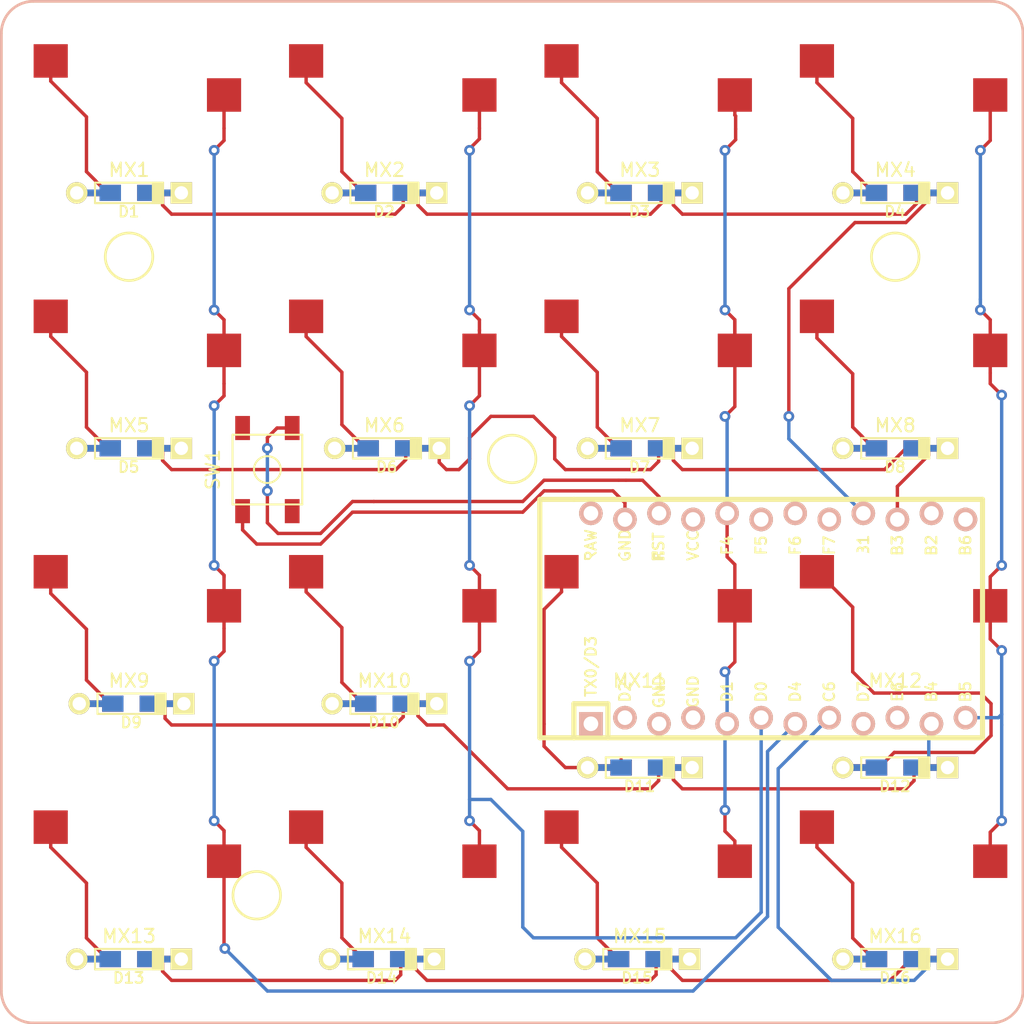
<source format=kicad_pcb>
(kicad_pcb (version 20171130) (host pcbnew "(5.0.2)-1")

  (general
    (thickness 1.6)
    (drawings 20)
    (tracks 354)
    (zones 0)
    (modules 38)
    (nets 27)
  )

  (page A4)
  (layers
    (0 F.Cu signal)
    (31 B.Cu signal)
    (32 B.Adhes user hide)
    (33 F.Adhes user hide)
    (34 B.Paste user)
    (35 F.Paste user)
    (36 B.SilkS user)
    (37 F.SilkS user)
    (38 B.Mask user)
    (39 F.Mask user)
    (40 Dwgs.User user hide)
    (41 Cmts.User user hide)
    (42 Eco1.User user hide)
    (43 Eco2.User user hide)
    (44 Edge.Cuts user hide)
    (45 Margin user hide)
    (46 B.CrtYd user hide)
    (47 F.CrtYd user hide)
    (48 B.Fab user hide)
    (49 F.Fab user hide)
  )

  (setup
    (last_trace_width 0.254)
    (trace_clearance 0.2)
    (zone_clearance 0.508)
    (zone_45_only no)
    (trace_min 0.2)
    (segment_width 0.2)
    (edge_width 0.15)
    (via_size 0.8)
    (via_drill 0.4)
    (via_min_size 0.04)
    (via_min_drill 0.3)
    (uvia_size 0.3)
    (uvia_drill 0.1)
    (uvias_allowed no)
    (uvia_min_size 0.2)
    (uvia_min_drill 0.1)
    (pcb_text_width 0.3)
    (pcb_text_size 1.5 1.5)
    (mod_edge_width 0.15)
    (mod_text_size 1 1)
    (mod_text_width 0.15)
    (pad_size 1.5 1.5)
    (pad_drill 1.5)
    (pad_to_mask_clearance 0.051)
    (solder_mask_min_width 0.25)
    (aux_axis_origin 0 0)
    (visible_elements 7FFFEFFF)
    (pcbplotparams
      (layerselection 0x010fc_ffffffff)
      (usegerberextensions false)
      (usegerberattributes false)
      (usegerberadvancedattributes false)
      (creategerberjobfile false)
      (excludeedgelayer true)
      (linewidth 0.100000)
      (plotframeref false)
      (viasonmask false)
      (mode 1)
      (useauxorigin false)
      (hpglpennumber 1)
      (hpglpenspeed 20)
      (hpglpendiameter 15.000000)
      (psnegative false)
      (psa4output false)
      (plotreference true)
      (plotvalue true)
      (plotinvisibletext false)
      (padsonsilk false)
      (subtractmaskfromsilk false)
      (outputformat 1)
      (mirror false)
      (drillshape 1)
      (scaleselection 1)
      (outputdirectory ""))
  )

  (net 0 "")
  (net 1 ROW0)
  (net 2 "Net-(D1-Pad2)")
  (net 3 "Net-(D2-Pad2)")
  (net 4 ROW1)
  (net 5 "Net-(D3-Pad2)")
  (net 6 "Net-(D4-Pad2)")
  (net 7 COL0)
  (net 8 COL1)
  (net 9 "Net-(D16-Pad2)")
  (net 10 COL2)
  (net 11 COL3)
  (net 12 ROW2)
  (net 13 ROW3)
  (net 14 "Net-(D5-Pad2)")
  (net 15 "Net-(D6-Pad2)")
  (net 16 "Net-(D7-Pad2)")
  (net 17 "Net-(D8-Pad2)")
  (net 18 "Net-(D9-Pad2)")
  (net 19 "Net-(D10-Pad2)")
  (net 20 "Net-(D11-Pad2)")
  (net 21 "Net-(D12-Pad2)")
  (net 22 "Net-(D13-Pad2)")
  (net 23 "Net-(D14-Pad2)")
  (net 24 "Net-(D15-Pad2)")
  (net 25 "Net-(SW1-Pad1)")
  (net 26 "Net-(SW1-Pad2)")

  (net_class Default "This is the default net class."
    (clearance 0.2)
    (trace_width 0.254)
    (via_dia 0.8)
    (via_drill 0.4)
    (uvia_dia 0.3)
    (uvia_drill 0.1)
    (add_net COL0)
    (add_net COL1)
    (add_net COL2)
    (add_net COL3)
    (add_net "Net-(D1-Pad2)")
    (add_net "Net-(D10-Pad2)")
    (add_net "Net-(D11-Pad2)")
    (add_net "Net-(D12-Pad2)")
    (add_net "Net-(D13-Pad2)")
    (add_net "Net-(D14-Pad2)")
    (add_net "Net-(D15-Pad2)")
    (add_net "Net-(D16-Pad2)")
    (add_net "Net-(D2-Pad2)")
    (add_net "Net-(D3-Pad2)")
    (add_net "Net-(D4-Pad2)")
    (add_net "Net-(D5-Pad2)")
    (add_net "Net-(D6-Pad2)")
    (add_net "Net-(D7-Pad2)")
    (add_net "Net-(D8-Pad2)")
    (add_net "Net-(D9-Pad2)")
    (add_net "Net-(SW1-Pad1)")
    (add_net "Net-(SW1-Pad2)")
    (add_net ROW0)
    (add_net ROW1)
    (add_net ROW2)
    (add_net ROW3)
  )

  (net_class Power ""
    (clearance 0.2)
    (trace_width 0.381)
    (via_dia 0.8)
    (via_drill 0.4)
    (uvia_dia 0.3)
    (uvia_drill 0.1)
  )

  (module Keebio-Parts:ArduinoProMicro-ZigZagSide (layer F.Cu) (tedit 5C58C09D) (tstamp 5C7F25B2)
    (at 147.6375 133.35)
    (path /5C58F768)
    (fp_text reference U1 (at 0 1.625) (layer F.SilkS) hide
      (effects (font (size 1 1) (thickness 0.2)))
    )
    (fp_text value ProMicro (at 0 0) (layer F.SilkS) hide
      (effects (font (size 1 1) (thickness 0.2)))
    )
    (fp_line (start -15.24 6.35) (end -15.24 8.89) (layer F.SilkS) (width 0.381))
    (fp_line (start -17.78 8.89) (end -15.24 8.89) (layer F.SilkS) (width 0.381))
    (fp_line (start -17.78 -8.89) (end -17.78 8.89) (layer F.SilkS) (width 0.381))
    (fp_line (start -15.24 -8.89) (end -17.78 -8.89) (layer F.SilkS) (width 0.381))
    (fp_poly (pts (xy -8.76064 -4.931568) (xy -8.56064 -4.931568) (xy -8.56064 -4.831568) (xy -8.76064 -4.831568)) (layer F.SilkS) (width 0.15))
    (fp_poly (pts (xy -9.36064 -4.531568) (xy -8.56064 -4.531568) (xy -8.56064 -4.431568) (xy -9.36064 -4.431568)) (layer F.SilkS) (width 0.15))
    (fp_poly (pts (xy -9.36064 -4.931568) (xy -9.26064 -4.931568) (xy -9.26064 -4.431568) (xy -9.36064 -4.431568)) (layer F.SilkS) (width 0.15))
    (fp_poly (pts (xy -8.96064 -4.731568) (xy -8.86064 -4.731568) (xy -8.86064 -4.631568) (xy -8.96064 -4.631568)) (layer F.SilkS) (width 0.15))
    (fp_poly (pts (xy -9.36064 -4.931568) (xy -9.06064 -4.931568) (xy -9.06064 -4.831568) (xy -9.36064 -4.831568)) (layer F.SilkS) (width 0.15))
    (fp_line (start -12.7 6.35) (end -12.7 8.89) (layer F.SilkS) (width 0.381))
    (fp_line (start -15.24 6.35) (end -12.7 6.35) (layer F.SilkS) (width 0.381))
    (fp_line (start 15.24 -8.89) (end -15.24 -8.89) (layer F.SilkS) (width 0.381))
    (fp_line (start 15.24 8.89) (end 15.24 -8.89) (layer F.SilkS) (width 0.381))
    (fp_line (start -15.24 8.89) (end 15.24 8.89) (layer F.SilkS) (width 0.381))
    (fp_text user TX0/D3 (at -13.97 3.571872 90) (layer F.SilkS)
      (effects (font (size 0.8 0.8) (thickness 0.15)))
    )
    (fp_text user D2 (at -11.43 5.461 90) (layer F.SilkS)
      (effects (font (size 0.8 0.8) (thickness 0.15)))
    )
    (fp_text user D0 (at -1.27 5.461 90) (layer F.SilkS)
      (effects (font (size 0.8 0.8) (thickness 0.15)))
    )
    (fp_text user D1 (at -3.81 5.461 90) (layer F.SilkS)
      (effects (font (size 0.8 0.8) (thickness 0.15)))
    )
    (fp_text user GND (at -6.35 5.461 90) (layer F.SilkS)
      (effects (font (size 0.8 0.8) (thickness 0.15)))
    )
    (fp_text user GND (at -8.89 5.461 90) (layer F.SilkS)
      (effects (font (size 0.8 0.8) (thickness 0.15)))
    )
    (fp_text user D4 (at 1.27 5.461 90) (layer F.SilkS)
      (effects (font (size 0.8 0.8) (thickness 0.15)))
    )
    (fp_text user C6 (at 3.81 5.461 90) (layer F.SilkS)
      (effects (font (size 0.8 0.8) (thickness 0.15)))
    )
    (fp_text user D7 (at 6.35 5.461 90) (layer F.SilkS)
      (effects (font (size 0.8 0.8) (thickness 0.15)))
    )
    (fp_text user E6 (at 8.89 5.461 90) (layer F.SilkS)
      (effects (font (size 0.8 0.8) (thickness 0.15)))
    )
    (fp_text user B4 (at 11.43 5.461 90) (layer F.SilkS)
      (effects (font (size 0.8 0.8) (thickness 0.15)))
    )
    (fp_text user B5 (at 13.97 5.461 90) (layer F.SilkS)
      (effects (font (size 0.8 0.8) (thickness 0.15)))
    )
    (fp_text user B6 (at 13.97 -5.461 90) (layer F.SilkS)
      (effects (font (size 0.8 0.8) (thickness 0.15)))
    )
    (fp_text user B3 (at 8.89 -5.461 90) (layer F.SilkS)
      (effects (font (size 0.8 0.8) (thickness 0.15)))
    )
    (fp_text user B1 (at 6.35 -5.461 90) (layer F.SilkS)
      (effects (font (size 0.8 0.8) (thickness 0.15)))
    )
    (fp_text user F4 (at -3.81 -5.461 90) (layer F.SilkS)
      (effects (font (size 0.8 0.8) (thickness 0.15)))
    )
    (fp_text user VCC (at -6.35 -5.461 90) (layer F.SilkS)
      (effects (font (size 0.8 0.8) (thickness 0.15)))
    )
    (fp_text user ST (at -8.92 -5.73312 90) (layer F.SilkS)
      (effects (font (size 0.8 0.8) (thickness 0.15)))
    )
    (fp_text user GND (at -11.43 -5.461 90) (layer F.SilkS)
      (effects (font (size 0.8 0.8) (thickness 0.15)))
    )
    (fp_text user RAW (at -13.97 -5.461 90) (layer F.SilkS)
      (effects (font (size 0.8 0.8) (thickness 0.15)))
    )
    (fp_text user F5 (at -1.27 -5.461 90) (layer F.SilkS)
      (effects (font (size 0.8 0.8) (thickness 0.15)))
    )
    (fp_text user F6 (at 1.27 -5.461 90) (layer F.SilkS)
      (effects (font (size 0.8 0.8) (thickness 0.15)))
    )
    (fp_text user F7 (at 3.81 -5.461 90) (layer F.SilkS)
      (effects (font (size 0.8 0.8) (thickness 0.15)))
    )
    (fp_text user B2 (at 11.43 -5.461 90) (layer F.SilkS)
      (effects (font (size 0.8 0.8) (thickness 0.15)))
    )
    (pad 24 thru_hole circle (at -13.97 -7.8486) (size 1.7526 1.7526) (drill 1.0922) (layers *.Cu *.SilkS *.Mask))
    (pad 12 thru_hole circle (at 13.97 7.3914) (size 1.7526 1.7526) (drill 1.0922) (layers *.Cu *.SilkS *.Mask)
      (net 11 COL3))
    (pad 23 thru_hole circle (at -11.43 -7.3914) (size 1.7526 1.7526) (drill 1.0922) (layers *.Cu *.SilkS *.Mask)
      (net 25 "Net-(SW1-Pad1)"))
    (pad 22 thru_hole circle (at -8.89 -7.8486) (size 1.7526 1.7526) (drill 1.0922) (layers *.Cu *.SilkS *.Mask)
      (net 26 "Net-(SW1-Pad2)"))
    (pad 21 thru_hole circle (at -6.35 -7.3914) (size 1.7526 1.7526) (drill 1.0922) (layers *.Cu *.SilkS *.Mask))
    (pad 20 thru_hole circle (at -3.81 -7.8486) (size 1.7526 1.7526) (drill 1.0922) (layers *.Cu *.SilkS *.Mask)
      (net 10 COL2))
    (pad 19 thru_hole circle (at -1.27 -7.3914) (size 1.7526 1.7526) (drill 1.0922) (layers *.Cu *.SilkS *.Mask))
    (pad 18 thru_hole circle (at 1.27 -7.8486) (size 1.7526 1.7526) (drill 1.0922) (layers *.Cu *.SilkS *.Mask))
    (pad 17 thru_hole circle (at 3.81 -7.3914) (size 1.7526 1.7526) (drill 1.0922) (layers *.Cu *.SilkS *.Mask))
    (pad 16 thru_hole circle (at 6.35 -7.8486) (size 1.7526 1.7526) (drill 1.0922) (layers *.Cu *.SilkS *.Mask)
      (net 1 ROW0))
    (pad 15 thru_hole circle (at 8.89 -7.3914) (size 1.7526 1.7526) (drill 1.0922) (layers *.Cu *.SilkS *.Mask)
      (net 4 ROW1))
    (pad 14 thru_hole circle (at 11.43 -7.8486) (size 1.7526 1.7526) (drill 1.0922) (layers *.Cu *.SilkS *.Mask))
    (pad 13 thru_hole circle (at 13.97 -7.3914) (size 1.7526 1.7526) (drill 1.0922) (layers *.Cu *.SilkS *.Mask))
    (pad 11 thru_hole circle (at 11.43 7.8486) (size 1.7526 1.7526) (drill 1.0922) (layers *.Cu *.SilkS *.Mask)
      (net 12 ROW2))
    (pad 10 thru_hole circle (at 8.89 7.3914) (size 1.7526 1.7526) (drill 1.0922) (layers *.Cu *.SilkS *.Mask))
    (pad 9 thru_hole circle (at 6.35 7.8486) (size 1.7526 1.7526) (drill 1.0922) (layers *.Cu *.SilkS *.Mask))
    (pad 8 thru_hole circle (at 3.81 7.3914) (size 1.7526 1.7526) (drill 1.0922) (layers *.Cu *.SilkS *.Mask)
      (net 13 ROW3))
    (pad 7 thru_hole circle (at 1.27 7.8486) (size 1.7526 1.7526) (drill 1.0922) (layers *.Cu *.SilkS *.Mask)
      (net 7 COL0))
    (pad 6 thru_hole circle (at -1.27 7.3914) (size 1.7526 1.7526) (drill 1.0922) (layers *.Cu *.SilkS *.Mask)
      (net 8 COL1))
    (pad 5 thru_hole circle (at -3.81 7.8486) (size 1.7526 1.7526) (drill 1.0922) (layers *.Cu *.SilkS *.Mask)
      (net 10 COL2))
    (pad 4 thru_hole circle (at -6.35 7.3914) (size 1.7526 1.7526) (drill 1.0922) (layers *.Cu *.SilkS *.Mask))
    (pad 3 thru_hole circle (at -8.89 7.8486) (size 1.7526 1.7526) (drill 1.0922) (layers *.Cu *.SilkS *.Mask))
    (pad 2 thru_hole circle (at -11.43 7.3914) (size 1.7526 1.7526) (drill 1.0922) (layers *.Cu *.SilkS *.Mask))
    (pad 1 thru_hole rect (at -13.97 7.8486) (size 1.7526 1.7526) (drill 1.0922) (layers *.Cu *.SilkS *.Mask))
    (model /Users/danny/Documents/proj/custom-keyboard/kicad-libs/3d_models/ArduinoProMicro.wrl
      (offset (xyz -13.96999979019165 -7.619999885559082 -5.841999912261963))
      (scale (xyz 0.395 0.395 0.395))
      (rotate (xyz 90 180 180))
    )
  )

  (module MountingHole:MountingHole_2.5mm (layer F.Cu) (tedit 5C58BFB5) (tstamp 5C6645C4)
    (at 156.36875 106.3625)
    (descr "Mounting Hole 2.5mm, no annular")
    (tags "mounting hole 2.5mm no annular")
    (attr virtual)
    (fp_text reference REF** (at 0.79375 0) (layer F.SilkS) hide
      (effects (font (size 1 1) (thickness 0.15)))
    )
    (fp_text value MountingHole_2.5mm (at 0 3.5) (layer F.Fab)
      (effects (font (size 1 1) (thickness 0.15)))
    )
    (fp_circle (center 0 0) (end 2.75 0) (layer F.CrtYd) (width 0.05))
    (fp_circle (center 0 0) (end 2.5 0) (layer Cmts.User) (width 0.15))
    (fp_text user %R (at 0.3 0) (layer F.Fab)
      (effects (font (size 1 1) (thickness 0.15)))
    )
    (pad "" np_thru_hole circle (at 0 0) (size 1.5 1.5) (drill 1.5) (layers *.Cu *.Mask))
  )

  (module MountingHole:MountingHole_2.5mm (layer F.Cu) (tedit 5C58BFAE) (tstamp 5C8C574D)
    (at 99.21875 106.3625)
    (descr "Mounting Hole 2.5mm, no annular")
    (tags "mounting hole 2.5mm no annular")
    (attr virtual)
    (fp_text reference REF** (at 0 -3.5) (layer F.SilkS) hide
      (effects (font (size 1 1) (thickness 0.15)))
    )
    (fp_text value MountingHole_2.5mm (at 0 3.5) (layer F.Fab)
      (effects (font (size 1 1) (thickness 0.15)))
    )
    (fp_text user %R (at 0.3 0) (layer F.Fab)
      (effects (font (size 1 1) (thickness 0.15)))
    )
    (fp_circle (center 0 0) (end 2.5 0) (layer Cmts.User) (width 0.15))
    (fp_circle (center 0 0) (end 2.75 0) (layer F.CrtYd) (width 0.05))
    (pad "" np_thru_hole circle (at 0 0) (size 1.5 1.5) (drill 1.5) (layers *.Cu *.Mask))
  )

  (module MX_Alps_Hybrid:MXOnly-1U-Hotswap (layer B.Cu) (tedit 5BFF7B40) (tstamp 5C649372)
    (at 99.21875 96.8375 180)
    (path /5C4E6D19)
    (attr smd)
    (fp_text reference MX1 (at 0 -3.048 180) (layer F.CrtYd)
      (effects (font (size 1 1) (thickness 0.15)))
    )
    (fp_text value MX-1U (at 0 7.9375 180) (layer Dwgs.User)
      (effects (font (size 1 1) (thickness 0.15)))
    )
    (fp_line (start -5.842 1.27) (end -5.842 3.81) (layer F.CrtYd) (width 0.15))
    (fp_line (start -8.382 1.27) (end -5.842 1.27) (layer F.CrtYd) (width 0.15))
    (fp_line (start -8.382 3.81) (end -8.382 1.27) (layer F.CrtYd) (width 0.15))
    (fp_line (start -5.842 3.81) (end -8.382 3.81) (layer F.CrtYd) (width 0.15))
    (fp_line (start 4.572 3.81) (end 4.572 6.35) (layer F.CrtYd) (width 0.15))
    (fp_line (start 7.112 3.81) (end 4.572 3.81) (layer F.CrtYd) (width 0.15))
    (fp_line (start 7.112 6.35) (end 7.112 3.81) (layer F.CrtYd) (width 0.15))
    (fp_line (start 4.572 6.35) (end 7.112 6.35) (layer F.CrtYd) (width 0.15))
    (fp_circle (center -3.81 2.54) (end -3.81 4.064) (layer F.CrtYd) (width 0.15))
    (fp_circle (center 2.54 5.08) (end 2.54 6.604) (layer F.CrtYd) (width 0.15))
    (fp_text user %R (at 0 -3.048 180) (layer F.SilkS)
      (effects (font (size 1 1) (thickness 0.15)))
    )
    (fp_line (start -9.525 -9.525) (end -9.525 9.525) (layer Dwgs.User) (width 0.15))
    (fp_line (start 9.525 -9.525) (end -9.525 -9.525) (layer Dwgs.User) (width 0.15))
    (fp_line (start 9.525 9.525) (end 9.525 -9.525) (layer Dwgs.User) (width 0.15))
    (fp_line (start -9.525 9.525) (end 9.525 9.525) (layer Dwgs.User) (width 0.15))
    (fp_line (start -7 7) (end -7 5) (layer Dwgs.User) (width 0.15))
    (fp_line (start -5 7) (end -7 7) (layer Dwgs.User) (width 0.15))
    (fp_line (start -7 -7) (end -5 -7) (layer Dwgs.User) (width 0.15))
    (fp_line (start -7 -5) (end -7 -7) (layer Dwgs.User) (width 0.15))
    (fp_line (start 7 -7) (end 7 -5) (layer Dwgs.User) (width 0.15))
    (fp_line (start 5 -7) (end 7 -7) (layer Dwgs.User) (width 0.15))
    (fp_line (start 7 7) (end 7 5) (layer Dwgs.User) (width 0.15))
    (fp_line (start 5 7) (end 7 7) (layer Dwgs.User) (width 0.15))
    (pad 2 smd rect (at 5.842 5.08 180) (size 2.55 2.5) (layers F.Cu F.Paste F.Mask)
      (net 2 "Net-(D1-Pad2)"))
    (pad 1 smd rect (at -7.085 2.54 180) (size 2.55 2.5) (layers F.Cu F.Paste F.Mask)
      (net 7 COL0))
    (pad "" np_thru_hole circle (at 5.08 0 131.9004) (size 1.75 1.75) (drill 1.75) (layers *.Cu *.Mask))
    (pad "" np_thru_hole circle (at -5.08 0 131.9004) (size 1.75 1.75) (drill 1.75) (layers *.Cu *.Mask))
    (pad "" np_thru_hole circle (at -3.81 2.54 180) (size 3 3) (drill 3) (layers *.Cu *.Mask))
    (pad "" np_thru_hole circle (at 0 0 180) (size 3.9878 3.9878) (drill 3.9878) (layers *.Cu *.Mask))
    (pad "" np_thru_hole circle (at 2.54 5.08 180) (size 3 3) (drill 3) (layers *.Cu *.Mask))
  )

  (module MX_Alps_Hybrid:MXOnly-1U-Hotswap (layer B.Cu) (tedit 5BFF7B40) (tstamp 5C649482)
    (at 99.21875 134.9375 180)
    (path /5C57D81C)
    (attr smd)
    (fp_text reference MX9 (at 0 -3.048 180) (layer F.CrtYd)
      (effects (font (size 1 1) (thickness 0.15)))
    )
    (fp_text value MX-1U (at 0 7.9375 180) (layer Dwgs.User)
      (effects (font (size 1 1) (thickness 0.15)))
    )
    (fp_line (start 5 7) (end 7 7) (layer Dwgs.User) (width 0.15))
    (fp_line (start 7 7) (end 7 5) (layer Dwgs.User) (width 0.15))
    (fp_line (start 5 -7) (end 7 -7) (layer Dwgs.User) (width 0.15))
    (fp_line (start 7 -7) (end 7 -5) (layer Dwgs.User) (width 0.15))
    (fp_line (start -7 -5) (end -7 -7) (layer Dwgs.User) (width 0.15))
    (fp_line (start -7 -7) (end -5 -7) (layer Dwgs.User) (width 0.15))
    (fp_line (start -5 7) (end -7 7) (layer Dwgs.User) (width 0.15))
    (fp_line (start -7 7) (end -7 5) (layer Dwgs.User) (width 0.15))
    (fp_line (start -9.525 9.525) (end 9.525 9.525) (layer Dwgs.User) (width 0.15))
    (fp_line (start 9.525 9.525) (end 9.525 -9.525) (layer Dwgs.User) (width 0.15))
    (fp_line (start 9.525 -9.525) (end -9.525 -9.525) (layer Dwgs.User) (width 0.15))
    (fp_line (start -9.525 -9.525) (end -9.525 9.525) (layer Dwgs.User) (width 0.15))
    (fp_text user %R (at 0 -3.048 180) (layer F.SilkS)
      (effects (font (size 1 1) (thickness 0.15)))
    )
    (fp_circle (center 2.54 5.08) (end 2.54 6.604) (layer F.CrtYd) (width 0.15))
    (fp_circle (center -3.81 2.54) (end -3.81 4.064) (layer F.CrtYd) (width 0.15))
    (fp_line (start 4.572 6.35) (end 7.112 6.35) (layer F.CrtYd) (width 0.15))
    (fp_line (start 7.112 6.35) (end 7.112 3.81) (layer F.CrtYd) (width 0.15))
    (fp_line (start 7.112 3.81) (end 4.572 3.81) (layer F.CrtYd) (width 0.15))
    (fp_line (start 4.572 3.81) (end 4.572 6.35) (layer F.CrtYd) (width 0.15))
    (fp_line (start -5.842 3.81) (end -8.382 3.81) (layer F.CrtYd) (width 0.15))
    (fp_line (start -8.382 3.81) (end -8.382 1.27) (layer F.CrtYd) (width 0.15))
    (fp_line (start -8.382 1.27) (end -5.842 1.27) (layer F.CrtYd) (width 0.15))
    (fp_line (start -5.842 1.27) (end -5.842 3.81) (layer F.CrtYd) (width 0.15))
    (pad "" np_thru_hole circle (at 2.54 5.08 180) (size 3 3) (drill 3) (layers *.Cu *.Mask))
    (pad "" np_thru_hole circle (at 0 0 180) (size 3.9878 3.9878) (drill 3.9878) (layers *.Cu *.Mask))
    (pad "" np_thru_hole circle (at -3.81 2.54 180) (size 3 3) (drill 3) (layers *.Cu *.Mask))
    (pad "" np_thru_hole circle (at -5.08 0 131.9004) (size 1.75 1.75) (drill 1.75) (layers *.Cu *.Mask))
    (pad "" np_thru_hole circle (at 5.08 0 131.9004) (size 1.75 1.75) (drill 1.75) (layers *.Cu *.Mask))
    (pad 1 smd rect (at -7.085 2.54 180) (size 2.55 2.5) (layers F.Cu F.Paste F.Mask)
      (net 7 COL0))
    (pad 2 smd rect (at 5.842 5.08 180) (size 2.55 2.5) (layers F.Cu F.Paste F.Mask)
      (net 18 "Net-(D9-Pad2)"))
  )

  (module MX_Alps_Hybrid:MXOnly-1U-Hotswap (layer B.Cu) (tedit 5BFF7B40) (tstamp 5C6494E8)
    (at 156.36875 134.9375 180)
    (path /5C57D83B)
    (attr smd)
    (fp_text reference MX12 (at 0 -3.048 180) (layer F.CrtYd)
      (effects (font (size 1 1) (thickness 0.15)))
    )
    (fp_text value MX-1U (at 0 7.9375 180) (layer Dwgs.User)
      (effects (font (size 1 1) (thickness 0.15)))
    )
    (fp_line (start -5.842 1.27) (end -5.842 3.81) (layer F.CrtYd) (width 0.15))
    (fp_line (start -8.382 1.27) (end -5.842 1.27) (layer F.CrtYd) (width 0.15))
    (fp_line (start -8.382 3.81) (end -8.382 1.27) (layer F.CrtYd) (width 0.15))
    (fp_line (start -5.842 3.81) (end -8.382 3.81) (layer F.CrtYd) (width 0.15))
    (fp_line (start 4.572 3.81) (end 4.572 6.35) (layer F.CrtYd) (width 0.15))
    (fp_line (start 7.112 3.81) (end 4.572 3.81) (layer F.CrtYd) (width 0.15))
    (fp_line (start 7.112 6.35) (end 7.112 3.81) (layer F.CrtYd) (width 0.15))
    (fp_line (start 4.572 6.35) (end 7.112 6.35) (layer F.CrtYd) (width 0.15))
    (fp_circle (center -3.81 2.54) (end -3.81 4.064) (layer F.CrtYd) (width 0.15))
    (fp_circle (center 2.54 5.08) (end 2.54 6.604) (layer F.CrtYd) (width 0.15))
    (fp_text user %R (at 0 -3.048 180) (layer F.SilkS)
      (effects (font (size 1 1) (thickness 0.15)))
    )
    (fp_line (start -9.525 -9.525) (end -9.525 9.525) (layer Dwgs.User) (width 0.15))
    (fp_line (start 9.525 -9.525) (end -9.525 -9.525) (layer Dwgs.User) (width 0.15))
    (fp_line (start 9.525 9.525) (end 9.525 -9.525) (layer Dwgs.User) (width 0.15))
    (fp_line (start -9.525 9.525) (end 9.525 9.525) (layer Dwgs.User) (width 0.15))
    (fp_line (start -7 7) (end -7 5) (layer Dwgs.User) (width 0.15))
    (fp_line (start -5 7) (end -7 7) (layer Dwgs.User) (width 0.15))
    (fp_line (start -7 -7) (end -5 -7) (layer Dwgs.User) (width 0.15))
    (fp_line (start -7 -5) (end -7 -7) (layer Dwgs.User) (width 0.15))
    (fp_line (start 7 -7) (end 7 -5) (layer Dwgs.User) (width 0.15))
    (fp_line (start 5 -7) (end 7 -7) (layer Dwgs.User) (width 0.15))
    (fp_line (start 7 7) (end 7 5) (layer Dwgs.User) (width 0.15))
    (fp_line (start 5 7) (end 7 7) (layer Dwgs.User) (width 0.15))
    (pad 2 smd rect (at 5.842 5.08 180) (size 2.55 2.5) (layers F.Cu F.Paste F.Mask)
      (net 21 "Net-(D12-Pad2)"))
    (pad 1 smd rect (at -7.085 2.54 180) (size 2.55 2.5) (layers F.Cu F.Paste F.Mask)
      (net 11 COL3))
    (pad "" np_thru_hole circle (at 5.08 0 131.9004) (size 1.75 1.75) (drill 1.75) (layers *.Cu *.Mask))
    (pad "" np_thru_hole circle (at -5.08 0 131.9004) (size 1.75 1.75) (drill 1.75) (layers *.Cu *.Mask))
    (pad "" np_thru_hole circle (at -3.81 2.54 180) (size 3 3) (drill 3) (layers *.Cu *.Mask))
    (pad "" np_thru_hole circle (at 0 0 180) (size 3.9878 3.9878) (drill 3.9878) (layers *.Cu *.Mask))
    (pad "" np_thru_hole circle (at 2.54 5.08 180) (size 3 3) (drill 3) (layers *.Cu *.Mask))
  )

  (module Keebio-Parts:Diode-dual (layer F.Cu) (tedit 5B7FFAB1) (tstamp 5C649337)
    (at 137.13125 158.75)
    (path /5C58FEC7)
    (attr smd)
    (fp_text reference D15 (at -0.0254 1.4) (layer F.SilkS)
      (effects (font (size 0.8 0.8) (thickness 0.15)))
    )
    (fp_text value D_Small (at 0 -1.925) (layer F.SilkS) hide
      (effects (font (size 0.8 0.8) (thickness 0.15)))
    )
    (fp_line (start 1.778 0.762) (end 1.778 -0.762) (layer F.SilkS) (width 0.15))
    (fp_line (start 1.905 0.762) (end 1.905 -0.762) (layer F.SilkS) (width 0.15))
    (fp_line (start 2.032 -0.762) (end 2.032 0.762) (layer F.SilkS) (width 0.15))
    (fp_line (start 2.413 0.762) (end 2.413 -0.762) (layer F.SilkS) (width 0.15))
    (fp_line (start 2.286 -0.762) (end 2.286 0.762) (layer F.SilkS) (width 0.15))
    (fp_line (start 2.159 0.762) (end 2.159 -0.762) (layer F.SilkS) (width 0.15))
    (fp_line (start -2.54 0.762) (end -2.032 0.762) (layer F.SilkS) (width 0.15))
    (fp_line (start -2.54 -0.762) (end -2.54 0.762) (layer F.SilkS) (width 0.15))
    (fp_line (start 2.54 -0.762) (end -2.54 -0.762) (layer F.SilkS) (width 0.15))
    (fp_line (start 2.54 0.762) (end 2.54 -0.762) (layer F.SilkS) (width 0.15))
    (fp_line (start -2.54 0.762) (end 2.54 0.762) (layer F.SilkS) (width 0.15))
    (pad 2 smd rect (at -2.5 0) (size 2.9 0.5) (layers B.Cu)
      (net 24 "Net-(D15-Pad2)"))
    (pad 2 smd rect (at -1.4 0) (size 1.6 1.2) (layers B.Cu B.Paste B.Mask)
      (net 24 "Net-(D15-Pad2)"))
    (pad 1 smd rect (at 1.4 0) (size 1.6 1.2) (layers B.Cu B.Paste B.Mask)
      (net 13 ROW3))
    (pad 1 smd rect (at 2.5 0) (size 2.9 0.5) (layers B.Cu)
      (net 13 ROW3))
    (pad 1 smd rect (at 1.4 0) (size 1.6 1.2) (layers F.Cu F.Paste F.Mask)
      (net 13 ROW3))
    (pad 2 smd rect (at -1.4 0) (size 1.6 1.2) (layers F.Cu F.Paste F.Mask)
      (net 24 "Net-(D15-Pad2)"))
    (pad 2 thru_hole circle (at -3.9 0) (size 1.6 1.6) (drill 1) (layers *.Cu *.Mask F.SilkS)
      (net 24 "Net-(D15-Pad2)"))
    (pad 1 thru_hole rect (at 3.9 0) (size 1.6 1.6) (drill 1) (layers *.Cu *.Mask F.SilkS)
      (net 13 ROW3))
    (pad 2 smd rect (at -2.5 0) (size 2.9 0.5) (layers F.Cu)
      (net 24 "Net-(D15-Pad2)"))
    (pad 1 smd rect (at 2.5 0) (size 2.9 0.5) (layers F.Cu)
      (net 13 ROW3))
    (model ${KISYS3DMOD}/Diodes_SMD.3dshapes/D_SOD-123.step
      (at (xyz 0 0 0))
      (scale (xyz 1 1 1))
      (rotate (xyz 0 0 0))
    )
  )

  (module MX_Alps_Hybrid:MXOnly-1U-Hotswap (layer B.Cu) (tedit 5BFF7B40) (tstamp 5C64950A)
    (at 99.21875 153.9875 180)
    (path /5C58FEB7)
    (attr smd)
    (fp_text reference MX13 (at 0 -3.048 180) (layer F.CrtYd)
      (effects (font (size 1 1) (thickness 0.15)))
    )
    (fp_text value MX-1U (at 0 7.9375 180) (layer Dwgs.User)
      (effects (font (size 1 1) (thickness 0.15)))
    )
    (fp_line (start -5.842 1.27) (end -5.842 3.81) (layer F.CrtYd) (width 0.15))
    (fp_line (start -8.382 1.27) (end -5.842 1.27) (layer F.CrtYd) (width 0.15))
    (fp_line (start -8.382 3.81) (end -8.382 1.27) (layer F.CrtYd) (width 0.15))
    (fp_line (start -5.842 3.81) (end -8.382 3.81) (layer F.CrtYd) (width 0.15))
    (fp_line (start 4.572 3.81) (end 4.572 6.35) (layer F.CrtYd) (width 0.15))
    (fp_line (start 7.112 3.81) (end 4.572 3.81) (layer F.CrtYd) (width 0.15))
    (fp_line (start 7.112 6.35) (end 7.112 3.81) (layer F.CrtYd) (width 0.15))
    (fp_line (start 4.572 6.35) (end 7.112 6.35) (layer F.CrtYd) (width 0.15))
    (fp_circle (center -3.81 2.54) (end -3.81 4.064) (layer F.CrtYd) (width 0.15))
    (fp_circle (center 2.54 5.08) (end 2.54 6.604) (layer F.CrtYd) (width 0.15))
    (fp_text user %R (at 0 -3.048 180) (layer F.SilkS)
      (effects (font (size 1 1) (thickness 0.15)))
    )
    (fp_line (start -9.525 -9.525) (end -9.525 9.525) (layer Dwgs.User) (width 0.15))
    (fp_line (start 9.525 -9.525) (end -9.525 -9.525) (layer Dwgs.User) (width 0.15))
    (fp_line (start 9.525 9.525) (end 9.525 -9.525) (layer Dwgs.User) (width 0.15))
    (fp_line (start -9.525 9.525) (end 9.525 9.525) (layer Dwgs.User) (width 0.15))
    (fp_line (start -7 7) (end -7 5) (layer Dwgs.User) (width 0.15))
    (fp_line (start -5 7) (end -7 7) (layer Dwgs.User) (width 0.15))
    (fp_line (start -7 -7) (end -5 -7) (layer Dwgs.User) (width 0.15))
    (fp_line (start -7 -5) (end -7 -7) (layer Dwgs.User) (width 0.15))
    (fp_line (start 7 -7) (end 7 -5) (layer Dwgs.User) (width 0.15))
    (fp_line (start 5 -7) (end 7 -7) (layer Dwgs.User) (width 0.15))
    (fp_line (start 7 7) (end 7 5) (layer Dwgs.User) (width 0.15))
    (fp_line (start 5 7) (end 7 7) (layer Dwgs.User) (width 0.15))
    (pad 2 smd rect (at 5.842 5.08 180) (size 2.55 2.5) (layers F.Cu F.Paste F.Mask)
      (net 22 "Net-(D13-Pad2)"))
    (pad 1 smd rect (at -7.085 2.54 180) (size 2.55 2.5) (layers F.Cu F.Paste F.Mask)
      (net 7 COL0))
    (pad "" np_thru_hole circle (at 5.08 0 131.9004) (size 1.75 1.75) (drill 1.75) (layers *.Cu *.Mask))
    (pad "" np_thru_hole circle (at -5.08 0 131.9004) (size 1.75 1.75) (drill 1.75) (layers *.Cu *.Mask))
    (pad "" np_thru_hole circle (at -3.81 2.54 180) (size 3 3) (drill 3) (layers *.Cu *.Mask))
    (pad "" np_thru_hole circle (at 0 0 180) (size 3.9878 3.9878) (drill 3.9878) (layers *.Cu *.Mask))
    (pad "" np_thru_hole circle (at 2.54 5.08 180) (size 3 3) (drill 3) (layers *.Cu *.Mask))
  )

  (module Keebio-Parts:Diode-dual (layer F.Cu) (tedit 5B7FFAB1) (tstamp 5C6491D9)
    (at 99.21875 101.6)
    (path /5C4E2F70)
    (attr smd)
    (fp_text reference D1 (at -0.0254 1.4) (layer F.SilkS)
      (effects (font (size 0.8 0.8) (thickness 0.15)))
    )
    (fp_text value D_Small (at 0 -1.925) (layer F.SilkS) hide
      (effects (font (size 0.8 0.8) (thickness 0.15)))
    )
    (fp_line (start 1.778 0.762) (end 1.778 -0.762) (layer F.SilkS) (width 0.15))
    (fp_line (start 1.905 0.762) (end 1.905 -0.762) (layer F.SilkS) (width 0.15))
    (fp_line (start 2.032 -0.762) (end 2.032 0.762) (layer F.SilkS) (width 0.15))
    (fp_line (start 2.413 0.762) (end 2.413 -0.762) (layer F.SilkS) (width 0.15))
    (fp_line (start 2.286 -0.762) (end 2.286 0.762) (layer F.SilkS) (width 0.15))
    (fp_line (start 2.159 0.762) (end 2.159 -0.762) (layer F.SilkS) (width 0.15))
    (fp_line (start -2.54 0.762) (end -2.032 0.762) (layer F.SilkS) (width 0.15))
    (fp_line (start -2.54 -0.762) (end -2.54 0.762) (layer F.SilkS) (width 0.15))
    (fp_line (start 2.54 -0.762) (end -2.54 -0.762) (layer F.SilkS) (width 0.15))
    (fp_line (start 2.54 0.762) (end 2.54 -0.762) (layer F.SilkS) (width 0.15))
    (fp_line (start -2.54 0.762) (end 2.54 0.762) (layer F.SilkS) (width 0.15))
    (pad 2 smd rect (at -2.5 0) (size 2.9 0.5) (layers B.Cu)
      (net 2 "Net-(D1-Pad2)"))
    (pad 2 smd rect (at -1.4 0) (size 1.6 1.2) (layers B.Cu B.Paste B.Mask)
      (net 2 "Net-(D1-Pad2)"))
    (pad 1 smd rect (at 1.4 0) (size 1.6 1.2) (layers B.Cu B.Paste B.Mask)
      (net 1 ROW0))
    (pad 1 smd rect (at 2.5 0) (size 2.9 0.5) (layers B.Cu)
      (net 1 ROW0))
    (pad 1 smd rect (at 1.4 0) (size 1.6 1.2) (layers F.Cu F.Paste F.Mask)
      (net 1 ROW0))
    (pad 2 smd rect (at -1.4 0) (size 1.6 1.2) (layers F.Cu F.Paste F.Mask)
      (net 2 "Net-(D1-Pad2)"))
    (pad 2 thru_hole circle (at -3.9 0) (size 1.6 1.6) (drill 1) (layers *.Cu *.Mask F.SilkS)
      (net 2 "Net-(D1-Pad2)"))
    (pad 1 thru_hole rect (at 3.9 0) (size 1.6 1.6) (drill 1) (layers *.Cu *.Mask F.SilkS)
      (net 1 ROW0))
    (pad 2 smd rect (at -2.5 0) (size 2.9 0.5) (layers F.Cu)
      (net 2 "Net-(D1-Pad2)"))
    (pad 1 smd rect (at 2.5 0) (size 2.9 0.5) (layers F.Cu)
      (net 1 ROW0))
    (model ${KISYS3DMOD}/Diodes_SMD.3dshapes/D_SOD-123.step
      (at (xyz 0 0 0))
      (scale (xyz 1 1 1))
      (rotate (xyz 0 0 0))
    )
  )

  (module Keebio-Parts:Diode-dual (layer F.Cu) (tedit 5B7FFAB1) (tstamp 5C6491F2)
    (at 118.26875 101.6)
    (path /5C4EF017)
    (attr smd)
    (fp_text reference D2 (at -0.0254 1.4) (layer F.SilkS)
      (effects (font (size 0.8 0.8) (thickness 0.15)))
    )
    (fp_text value D_Small (at 0 -1.925) (layer F.SilkS) hide
      (effects (font (size 0.8 0.8) (thickness 0.15)))
    )
    (fp_line (start 1.778 0.762) (end 1.778 -0.762) (layer F.SilkS) (width 0.15))
    (fp_line (start 1.905 0.762) (end 1.905 -0.762) (layer F.SilkS) (width 0.15))
    (fp_line (start 2.032 -0.762) (end 2.032 0.762) (layer F.SilkS) (width 0.15))
    (fp_line (start 2.413 0.762) (end 2.413 -0.762) (layer F.SilkS) (width 0.15))
    (fp_line (start 2.286 -0.762) (end 2.286 0.762) (layer F.SilkS) (width 0.15))
    (fp_line (start 2.159 0.762) (end 2.159 -0.762) (layer F.SilkS) (width 0.15))
    (fp_line (start -2.54 0.762) (end -2.032 0.762) (layer F.SilkS) (width 0.15))
    (fp_line (start -2.54 -0.762) (end -2.54 0.762) (layer F.SilkS) (width 0.15))
    (fp_line (start 2.54 -0.762) (end -2.54 -0.762) (layer F.SilkS) (width 0.15))
    (fp_line (start 2.54 0.762) (end 2.54 -0.762) (layer F.SilkS) (width 0.15))
    (fp_line (start -2.54 0.762) (end 2.54 0.762) (layer F.SilkS) (width 0.15))
    (pad 2 smd rect (at -2.5 0) (size 2.9 0.5) (layers B.Cu)
      (net 3 "Net-(D2-Pad2)"))
    (pad 2 smd rect (at -1.4 0) (size 1.6 1.2) (layers B.Cu B.Paste B.Mask)
      (net 3 "Net-(D2-Pad2)"))
    (pad 1 smd rect (at 1.4 0) (size 1.6 1.2) (layers B.Cu B.Paste B.Mask)
      (net 1 ROW0))
    (pad 1 smd rect (at 2.5 0) (size 2.9 0.5) (layers B.Cu)
      (net 1 ROW0))
    (pad 1 smd rect (at 1.4 0) (size 1.6 1.2) (layers F.Cu F.Paste F.Mask)
      (net 1 ROW0))
    (pad 2 smd rect (at -1.4 0) (size 1.6 1.2) (layers F.Cu F.Paste F.Mask)
      (net 3 "Net-(D2-Pad2)"))
    (pad 2 thru_hole circle (at -3.9 0) (size 1.6 1.6) (drill 1) (layers *.Cu *.Mask F.SilkS)
      (net 3 "Net-(D2-Pad2)"))
    (pad 1 thru_hole rect (at 3.9 0) (size 1.6 1.6) (drill 1) (layers *.Cu *.Mask F.SilkS)
      (net 1 ROW0))
    (pad 2 smd rect (at -2.5 0) (size 2.9 0.5) (layers F.Cu)
      (net 3 "Net-(D2-Pad2)"))
    (pad 1 smd rect (at 2.5 0) (size 2.9 0.5) (layers F.Cu)
      (net 1 ROW0))
    (model ${KISYS3DMOD}/Diodes_SMD.3dshapes/D_SOD-123.step
      (at (xyz 0 0 0))
      (scale (xyz 1 1 1))
      (rotate (xyz 0 0 0))
    )
  )

  (module Keebio-Parts:Diode-dual (layer F.Cu) (tedit 5B7FFAB1) (tstamp 5C64920B)
    (at 137.31875 101.6)
    (path /5C52466E)
    (attr smd)
    (fp_text reference D3 (at -0.0254 1.4) (layer F.SilkS)
      (effects (font (size 0.8 0.8) (thickness 0.15)))
    )
    (fp_text value D_Small (at 0 -1.925) (layer F.SilkS) hide
      (effects (font (size 0.8 0.8) (thickness 0.15)))
    )
    (fp_line (start 1.778 0.762) (end 1.778 -0.762) (layer F.SilkS) (width 0.15))
    (fp_line (start 1.905 0.762) (end 1.905 -0.762) (layer F.SilkS) (width 0.15))
    (fp_line (start 2.032 -0.762) (end 2.032 0.762) (layer F.SilkS) (width 0.15))
    (fp_line (start 2.413 0.762) (end 2.413 -0.762) (layer F.SilkS) (width 0.15))
    (fp_line (start 2.286 -0.762) (end 2.286 0.762) (layer F.SilkS) (width 0.15))
    (fp_line (start 2.159 0.762) (end 2.159 -0.762) (layer F.SilkS) (width 0.15))
    (fp_line (start -2.54 0.762) (end -2.032 0.762) (layer F.SilkS) (width 0.15))
    (fp_line (start -2.54 -0.762) (end -2.54 0.762) (layer F.SilkS) (width 0.15))
    (fp_line (start 2.54 -0.762) (end -2.54 -0.762) (layer F.SilkS) (width 0.15))
    (fp_line (start 2.54 0.762) (end 2.54 -0.762) (layer F.SilkS) (width 0.15))
    (fp_line (start -2.54 0.762) (end 2.54 0.762) (layer F.SilkS) (width 0.15))
    (pad 2 smd rect (at -2.5 0) (size 2.9 0.5) (layers B.Cu)
      (net 5 "Net-(D3-Pad2)"))
    (pad 2 smd rect (at -1.4 0) (size 1.6 1.2) (layers B.Cu B.Paste B.Mask)
      (net 5 "Net-(D3-Pad2)"))
    (pad 1 smd rect (at 1.4 0) (size 1.6 1.2) (layers B.Cu B.Paste B.Mask)
      (net 1 ROW0))
    (pad 1 smd rect (at 2.5 0) (size 2.9 0.5) (layers B.Cu)
      (net 1 ROW0))
    (pad 1 smd rect (at 1.4 0) (size 1.6 1.2) (layers F.Cu F.Paste F.Mask)
      (net 1 ROW0))
    (pad 2 smd rect (at -1.4 0) (size 1.6 1.2) (layers F.Cu F.Paste F.Mask)
      (net 5 "Net-(D3-Pad2)"))
    (pad 2 thru_hole circle (at -3.9 0) (size 1.6 1.6) (drill 1) (layers *.Cu *.Mask F.SilkS)
      (net 5 "Net-(D3-Pad2)"))
    (pad 1 thru_hole rect (at 3.9 0) (size 1.6 1.6) (drill 1) (layers *.Cu *.Mask F.SilkS)
      (net 1 ROW0))
    (pad 2 smd rect (at -2.5 0) (size 2.9 0.5) (layers F.Cu)
      (net 5 "Net-(D3-Pad2)"))
    (pad 1 smd rect (at 2.5 0) (size 2.9 0.5) (layers F.Cu)
      (net 1 ROW0))
    (model ${KISYS3DMOD}/Diodes_SMD.3dshapes/D_SOD-123.step
      (at (xyz 0 0 0))
      (scale (xyz 1 1 1))
      (rotate (xyz 0 0 0))
    )
  )

  (module Keebio-Parts:Diode-dual (layer F.Cu) (tedit 5B7FFAB1) (tstamp 5C649224)
    (at 156.36875 101.6)
    (path /5C524676)
    (attr smd)
    (fp_text reference D4 (at -0.0254 1.4) (layer F.SilkS)
      (effects (font (size 0.8 0.8) (thickness 0.15)))
    )
    (fp_text value D_Small (at 0 -1.925) (layer F.SilkS) hide
      (effects (font (size 0.8 0.8) (thickness 0.15)))
    )
    (fp_line (start -2.54 0.762) (end 2.54 0.762) (layer F.SilkS) (width 0.15))
    (fp_line (start 2.54 0.762) (end 2.54 -0.762) (layer F.SilkS) (width 0.15))
    (fp_line (start 2.54 -0.762) (end -2.54 -0.762) (layer F.SilkS) (width 0.15))
    (fp_line (start -2.54 -0.762) (end -2.54 0.762) (layer F.SilkS) (width 0.15))
    (fp_line (start -2.54 0.762) (end -2.032 0.762) (layer F.SilkS) (width 0.15))
    (fp_line (start 2.159 0.762) (end 2.159 -0.762) (layer F.SilkS) (width 0.15))
    (fp_line (start 2.286 -0.762) (end 2.286 0.762) (layer F.SilkS) (width 0.15))
    (fp_line (start 2.413 0.762) (end 2.413 -0.762) (layer F.SilkS) (width 0.15))
    (fp_line (start 2.032 -0.762) (end 2.032 0.762) (layer F.SilkS) (width 0.15))
    (fp_line (start 1.905 0.762) (end 1.905 -0.762) (layer F.SilkS) (width 0.15))
    (fp_line (start 1.778 0.762) (end 1.778 -0.762) (layer F.SilkS) (width 0.15))
    (pad 1 smd rect (at 2.5 0) (size 2.9 0.5) (layers F.Cu)
      (net 1 ROW0))
    (pad 2 smd rect (at -2.5 0) (size 2.9 0.5) (layers F.Cu)
      (net 6 "Net-(D4-Pad2)"))
    (pad 1 thru_hole rect (at 3.9 0) (size 1.6 1.6) (drill 1) (layers *.Cu *.Mask F.SilkS)
      (net 1 ROW0))
    (pad 2 thru_hole circle (at -3.9 0) (size 1.6 1.6) (drill 1) (layers *.Cu *.Mask F.SilkS)
      (net 6 "Net-(D4-Pad2)"))
    (pad 2 smd rect (at -1.4 0) (size 1.6 1.2) (layers F.Cu F.Paste F.Mask)
      (net 6 "Net-(D4-Pad2)"))
    (pad 1 smd rect (at 1.4 0) (size 1.6 1.2) (layers F.Cu F.Paste F.Mask)
      (net 1 ROW0))
    (pad 1 smd rect (at 2.5 0) (size 2.9 0.5) (layers B.Cu)
      (net 1 ROW0))
    (pad 1 smd rect (at 1.4 0) (size 1.6 1.2) (layers B.Cu B.Paste B.Mask)
      (net 1 ROW0))
    (pad 2 smd rect (at -1.4 0) (size 1.6 1.2) (layers B.Cu B.Paste B.Mask)
      (net 6 "Net-(D4-Pad2)"))
    (pad 2 smd rect (at -2.5 0) (size 2.9 0.5) (layers B.Cu)
      (net 6 "Net-(D4-Pad2)"))
    (model ${KISYS3DMOD}/Diodes_SMD.3dshapes/D_SOD-123.step
      (at (xyz 0 0 0))
      (scale (xyz 1 1 1))
      (rotate (xyz 0 0 0))
    )
  )

  (module Keebio-Parts:Diode-dual (layer F.Cu) (tedit 5B7FFAB1) (tstamp 5C64923D)
    (at 99.21875 120.65)
    (path /5C574454)
    (attr smd)
    (fp_text reference D5 (at -0.0254 1.4) (layer F.SilkS)
      (effects (font (size 0.8 0.8) (thickness 0.15)))
    )
    (fp_text value D_Small (at 0 -1.925) (layer F.SilkS) hide
      (effects (font (size 0.8 0.8) (thickness 0.15)))
    )
    (fp_line (start 1.778 0.762) (end 1.778 -0.762) (layer F.SilkS) (width 0.15))
    (fp_line (start 1.905 0.762) (end 1.905 -0.762) (layer F.SilkS) (width 0.15))
    (fp_line (start 2.032 -0.762) (end 2.032 0.762) (layer F.SilkS) (width 0.15))
    (fp_line (start 2.413 0.762) (end 2.413 -0.762) (layer F.SilkS) (width 0.15))
    (fp_line (start 2.286 -0.762) (end 2.286 0.762) (layer F.SilkS) (width 0.15))
    (fp_line (start 2.159 0.762) (end 2.159 -0.762) (layer F.SilkS) (width 0.15))
    (fp_line (start -2.54 0.762) (end -2.032 0.762) (layer F.SilkS) (width 0.15))
    (fp_line (start -2.54 -0.762) (end -2.54 0.762) (layer F.SilkS) (width 0.15))
    (fp_line (start 2.54 -0.762) (end -2.54 -0.762) (layer F.SilkS) (width 0.15))
    (fp_line (start 2.54 0.762) (end 2.54 -0.762) (layer F.SilkS) (width 0.15))
    (fp_line (start -2.54 0.762) (end 2.54 0.762) (layer F.SilkS) (width 0.15))
    (pad 2 smd rect (at -2.5 0) (size 2.9 0.5) (layers B.Cu)
      (net 14 "Net-(D5-Pad2)"))
    (pad 2 smd rect (at -1.4 0) (size 1.6 1.2) (layers B.Cu B.Paste B.Mask)
      (net 14 "Net-(D5-Pad2)"))
    (pad 1 smd rect (at 1.4 0) (size 1.6 1.2) (layers B.Cu B.Paste B.Mask)
      (net 4 ROW1))
    (pad 1 smd rect (at 2.5 0) (size 2.9 0.5) (layers B.Cu)
      (net 4 ROW1))
    (pad 1 smd rect (at 1.4 0) (size 1.6 1.2) (layers F.Cu F.Paste F.Mask)
      (net 4 ROW1))
    (pad 2 smd rect (at -1.4 0) (size 1.6 1.2) (layers F.Cu F.Paste F.Mask)
      (net 14 "Net-(D5-Pad2)"))
    (pad 2 thru_hole circle (at -3.9 0) (size 1.6 1.6) (drill 1) (layers *.Cu *.Mask F.SilkS)
      (net 14 "Net-(D5-Pad2)"))
    (pad 1 thru_hole rect (at 3.9 0) (size 1.6 1.6) (drill 1) (layers *.Cu *.Mask F.SilkS)
      (net 4 ROW1))
    (pad 2 smd rect (at -2.5 0) (size 2.9 0.5) (layers F.Cu)
      (net 14 "Net-(D5-Pad2)"))
    (pad 1 smd rect (at 2.5 0) (size 2.9 0.5) (layers F.Cu)
      (net 4 ROW1))
    (model ${KISYS3DMOD}/Diodes_SMD.3dshapes/D_SOD-123.step
      (at (xyz 0 0 0))
      (scale (xyz 1 1 1))
      (rotate (xyz 0 0 0))
    )
  )

  (module Keebio-Parts:Diode-dual (layer F.Cu) (tedit 5B7FFAB1) (tstamp 5C649256)
    (at 118.45625 120.65)
    (path /5C57445C)
    (attr smd)
    (fp_text reference D6 (at -0.0254 1.4) (layer F.SilkS)
      (effects (font (size 0.8 0.8) (thickness 0.15)))
    )
    (fp_text value D_Small (at 0 -1.925) (layer F.SilkS) hide
      (effects (font (size 0.8 0.8) (thickness 0.15)))
    )
    (fp_line (start -2.54 0.762) (end 2.54 0.762) (layer F.SilkS) (width 0.15))
    (fp_line (start 2.54 0.762) (end 2.54 -0.762) (layer F.SilkS) (width 0.15))
    (fp_line (start 2.54 -0.762) (end -2.54 -0.762) (layer F.SilkS) (width 0.15))
    (fp_line (start -2.54 -0.762) (end -2.54 0.762) (layer F.SilkS) (width 0.15))
    (fp_line (start -2.54 0.762) (end -2.032 0.762) (layer F.SilkS) (width 0.15))
    (fp_line (start 2.159 0.762) (end 2.159 -0.762) (layer F.SilkS) (width 0.15))
    (fp_line (start 2.286 -0.762) (end 2.286 0.762) (layer F.SilkS) (width 0.15))
    (fp_line (start 2.413 0.762) (end 2.413 -0.762) (layer F.SilkS) (width 0.15))
    (fp_line (start 2.032 -0.762) (end 2.032 0.762) (layer F.SilkS) (width 0.15))
    (fp_line (start 1.905 0.762) (end 1.905 -0.762) (layer F.SilkS) (width 0.15))
    (fp_line (start 1.778 0.762) (end 1.778 -0.762) (layer F.SilkS) (width 0.15))
    (pad 1 smd rect (at 2.5 0) (size 2.9 0.5) (layers F.Cu)
      (net 4 ROW1))
    (pad 2 smd rect (at -2.5 0) (size 2.9 0.5) (layers F.Cu)
      (net 15 "Net-(D6-Pad2)"))
    (pad 1 thru_hole rect (at 3.9 0) (size 1.6 1.6) (drill 1) (layers *.Cu *.Mask F.SilkS)
      (net 4 ROW1))
    (pad 2 thru_hole circle (at -3.9 0) (size 1.6 1.6) (drill 1) (layers *.Cu *.Mask F.SilkS)
      (net 15 "Net-(D6-Pad2)"))
    (pad 2 smd rect (at -1.4 0) (size 1.6 1.2) (layers F.Cu F.Paste F.Mask)
      (net 15 "Net-(D6-Pad2)"))
    (pad 1 smd rect (at 1.4 0) (size 1.6 1.2) (layers F.Cu F.Paste F.Mask)
      (net 4 ROW1))
    (pad 1 smd rect (at 2.5 0) (size 2.9 0.5) (layers B.Cu)
      (net 4 ROW1))
    (pad 1 smd rect (at 1.4 0) (size 1.6 1.2) (layers B.Cu B.Paste B.Mask)
      (net 4 ROW1))
    (pad 2 smd rect (at -1.4 0) (size 1.6 1.2) (layers B.Cu B.Paste B.Mask)
      (net 15 "Net-(D6-Pad2)"))
    (pad 2 smd rect (at -2.5 0) (size 2.9 0.5) (layers B.Cu)
      (net 15 "Net-(D6-Pad2)"))
    (model ${KISYS3DMOD}/Diodes_SMD.3dshapes/D_SOD-123.step
      (at (xyz 0 0 0))
      (scale (xyz 1 1 1))
      (rotate (xyz 0 0 0))
    )
  )

  (module Keebio-Parts:Diode-dual (layer F.Cu) (tedit 5B7FFAB1) (tstamp 5C71D995)
    (at 137.31875 120.65)
    (path /5C57447C)
    (attr smd)
    (fp_text reference D7 (at -0.0254 1.4) (layer F.SilkS)
      (effects (font (size 0.8 0.8) (thickness 0.15)))
    )
    (fp_text value D_Small (at 0 -1.925) (layer F.SilkS) hide
      (effects (font (size 0.8 0.8) (thickness 0.15)))
    )
    (fp_line (start 1.778 0.762) (end 1.778 -0.762) (layer F.SilkS) (width 0.15))
    (fp_line (start 1.905 0.762) (end 1.905 -0.762) (layer F.SilkS) (width 0.15))
    (fp_line (start 2.032 -0.762) (end 2.032 0.762) (layer F.SilkS) (width 0.15))
    (fp_line (start 2.413 0.762) (end 2.413 -0.762) (layer F.SilkS) (width 0.15))
    (fp_line (start 2.286 -0.762) (end 2.286 0.762) (layer F.SilkS) (width 0.15))
    (fp_line (start 2.159 0.762) (end 2.159 -0.762) (layer F.SilkS) (width 0.15))
    (fp_line (start -2.54 0.762) (end -2.032 0.762) (layer F.SilkS) (width 0.15))
    (fp_line (start -2.54 -0.762) (end -2.54 0.762) (layer F.SilkS) (width 0.15))
    (fp_line (start 2.54 -0.762) (end -2.54 -0.762) (layer F.SilkS) (width 0.15))
    (fp_line (start 2.54 0.762) (end 2.54 -0.762) (layer F.SilkS) (width 0.15))
    (fp_line (start -2.54 0.762) (end 2.54 0.762) (layer F.SilkS) (width 0.15))
    (pad 2 smd rect (at -2.5 0) (size 2.9 0.5) (layers B.Cu)
      (net 16 "Net-(D7-Pad2)"))
    (pad 2 smd rect (at -1.4 0) (size 1.6 1.2) (layers B.Cu B.Paste B.Mask)
      (net 16 "Net-(D7-Pad2)"))
    (pad 1 smd rect (at 1.4 0) (size 1.6 1.2) (layers B.Cu B.Paste B.Mask)
      (net 4 ROW1))
    (pad 1 smd rect (at 2.5 0) (size 2.9 0.5) (layers B.Cu)
      (net 4 ROW1))
    (pad 1 smd rect (at 1.4 0) (size 1.6 1.2) (layers F.Cu F.Paste F.Mask)
      (net 4 ROW1))
    (pad 2 smd rect (at -1.4 0) (size 1.6 1.2) (layers F.Cu F.Paste F.Mask)
      (net 16 "Net-(D7-Pad2)"))
    (pad 2 thru_hole circle (at -3.9 0) (size 1.6 1.6) (drill 1) (layers *.Cu *.Mask F.SilkS)
      (net 16 "Net-(D7-Pad2)"))
    (pad 1 thru_hole rect (at 3.9 0) (size 1.6 1.6) (drill 1) (layers *.Cu *.Mask F.SilkS)
      (net 4 ROW1))
    (pad 2 smd rect (at -2.5 0) (size 2.9 0.5) (layers F.Cu)
      (net 16 "Net-(D7-Pad2)"))
    (pad 1 smd rect (at 2.5 0) (size 2.9 0.5) (layers F.Cu)
      (net 4 ROW1))
    (model ${KISYS3DMOD}/Diodes_SMD.3dshapes/D_SOD-123.step
      (at (xyz 0 0 0))
      (scale (xyz 1 1 1))
      (rotate (xyz 0 0 0))
    )
  )

  (module Keebio-Parts:Diode-dual (layer F.Cu) (tedit 5B7FFAB1) (tstamp 5C649288)
    (at 156.36875 120.65)
    (path /5C574484)
    (attr smd)
    (fp_text reference D8 (at -0.0254 1.4) (layer F.SilkS)
      (effects (font (size 0.8 0.8) (thickness 0.15)))
    )
    (fp_text value D_Small (at 0 -1.925) (layer F.SilkS) hide
      (effects (font (size 0.8 0.8) (thickness 0.15)))
    )
    (fp_line (start -2.54 0.762) (end 2.54 0.762) (layer F.SilkS) (width 0.15))
    (fp_line (start 2.54 0.762) (end 2.54 -0.762) (layer F.SilkS) (width 0.15))
    (fp_line (start 2.54 -0.762) (end -2.54 -0.762) (layer F.SilkS) (width 0.15))
    (fp_line (start -2.54 -0.762) (end -2.54 0.762) (layer F.SilkS) (width 0.15))
    (fp_line (start -2.54 0.762) (end -2.032 0.762) (layer F.SilkS) (width 0.15))
    (fp_line (start 2.159 0.762) (end 2.159 -0.762) (layer F.SilkS) (width 0.15))
    (fp_line (start 2.286 -0.762) (end 2.286 0.762) (layer F.SilkS) (width 0.15))
    (fp_line (start 2.413 0.762) (end 2.413 -0.762) (layer F.SilkS) (width 0.15))
    (fp_line (start 2.032 -0.762) (end 2.032 0.762) (layer F.SilkS) (width 0.15))
    (fp_line (start 1.905 0.762) (end 1.905 -0.762) (layer F.SilkS) (width 0.15))
    (fp_line (start 1.778 0.762) (end 1.778 -0.762) (layer F.SilkS) (width 0.15))
    (pad 1 smd rect (at 2.5 0) (size 2.9 0.5) (layers F.Cu)
      (net 4 ROW1))
    (pad 2 smd rect (at -2.5 0) (size 2.9 0.5) (layers F.Cu)
      (net 17 "Net-(D8-Pad2)"))
    (pad 1 thru_hole rect (at 3.9 0) (size 1.6 1.6) (drill 1) (layers *.Cu *.Mask F.SilkS)
      (net 4 ROW1))
    (pad 2 thru_hole circle (at -3.9 0) (size 1.6 1.6) (drill 1) (layers *.Cu *.Mask F.SilkS)
      (net 17 "Net-(D8-Pad2)"))
    (pad 2 smd rect (at -1.4 0) (size 1.6 1.2) (layers F.Cu F.Paste F.Mask)
      (net 17 "Net-(D8-Pad2)"))
    (pad 1 smd rect (at 1.4 0) (size 1.6 1.2) (layers F.Cu F.Paste F.Mask)
      (net 4 ROW1))
    (pad 1 smd rect (at 2.5 0) (size 2.9 0.5) (layers B.Cu)
      (net 4 ROW1))
    (pad 1 smd rect (at 1.4 0) (size 1.6 1.2) (layers B.Cu B.Paste B.Mask)
      (net 4 ROW1))
    (pad 2 smd rect (at -1.4 0) (size 1.6 1.2) (layers B.Cu B.Paste B.Mask)
      (net 17 "Net-(D8-Pad2)"))
    (pad 2 smd rect (at -2.5 0) (size 2.9 0.5) (layers B.Cu)
      (net 17 "Net-(D8-Pad2)"))
    (model ${KISYS3DMOD}/Diodes_SMD.3dshapes/D_SOD-123.step
      (at (xyz 0 0 0))
      (scale (xyz 1 1 1))
      (rotate (xyz 0 0 0))
    )
  )

  (module Keebio-Parts:Diode-dual (layer F.Cu) (tedit 5B7FFAB1) (tstamp 5C6492A1)
    (at 99.40625 139.7)
    (path /5C57D804)
    (attr smd)
    (fp_text reference D9 (at -0.0254 1.4) (layer F.SilkS)
      (effects (font (size 0.8 0.8) (thickness 0.15)))
    )
    (fp_text value D_Small (at 0 -1.925) (layer F.SilkS) hide
      (effects (font (size 0.8 0.8) (thickness 0.15)))
    )
    (fp_line (start 1.778 0.762) (end 1.778 -0.762) (layer F.SilkS) (width 0.15))
    (fp_line (start 1.905 0.762) (end 1.905 -0.762) (layer F.SilkS) (width 0.15))
    (fp_line (start 2.032 -0.762) (end 2.032 0.762) (layer F.SilkS) (width 0.15))
    (fp_line (start 2.413 0.762) (end 2.413 -0.762) (layer F.SilkS) (width 0.15))
    (fp_line (start 2.286 -0.762) (end 2.286 0.762) (layer F.SilkS) (width 0.15))
    (fp_line (start 2.159 0.762) (end 2.159 -0.762) (layer F.SilkS) (width 0.15))
    (fp_line (start -2.54 0.762) (end -2.032 0.762) (layer F.SilkS) (width 0.15))
    (fp_line (start -2.54 -0.762) (end -2.54 0.762) (layer F.SilkS) (width 0.15))
    (fp_line (start 2.54 -0.762) (end -2.54 -0.762) (layer F.SilkS) (width 0.15))
    (fp_line (start 2.54 0.762) (end 2.54 -0.762) (layer F.SilkS) (width 0.15))
    (fp_line (start -2.54 0.762) (end 2.54 0.762) (layer F.SilkS) (width 0.15))
    (pad 2 smd rect (at -2.5 0) (size 2.9 0.5) (layers B.Cu)
      (net 18 "Net-(D9-Pad2)"))
    (pad 2 smd rect (at -1.4 0) (size 1.6 1.2) (layers B.Cu B.Paste B.Mask)
      (net 18 "Net-(D9-Pad2)"))
    (pad 1 smd rect (at 1.4 0) (size 1.6 1.2) (layers B.Cu B.Paste B.Mask)
      (net 12 ROW2))
    (pad 1 smd rect (at 2.5 0) (size 2.9 0.5) (layers B.Cu)
      (net 12 ROW2))
    (pad 1 smd rect (at 1.4 0) (size 1.6 1.2) (layers F.Cu F.Paste F.Mask)
      (net 12 ROW2))
    (pad 2 smd rect (at -1.4 0) (size 1.6 1.2) (layers F.Cu F.Paste F.Mask)
      (net 18 "Net-(D9-Pad2)"))
    (pad 2 thru_hole circle (at -3.9 0) (size 1.6 1.6) (drill 1) (layers *.Cu *.Mask F.SilkS)
      (net 18 "Net-(D9-Pad2)"))
    (pad 1 thru_hole rect (at 3.9 0) (size 1.6 1.6) (drill 1) (layers *.Cu *.Mask F.SilkS)
      (net 12 ROW2))
    (pad 2 smd rect (at -2.5 0) (size 2.9 0.5) (layers F.Cu)
      (net 18 "Net-(D9-Pad2)"))
    (pad 1 smd rect (at 2.5 0) (size 2.9 0.5) (layers F.Cu)
      (net 12 ROW2))
    (model ${KISYS3DMOD}/Diodes_SMD.3dshapes/D_SOD-123.step
      (at (xyz 0 0 0))
      (scale (xyz 1 1 1))
      (rotate (xyz 0 0 0))
    )
  )

  (module Keebio-Parts:Diode-dual (layer F.Cu) (tedit 5B7FFAB1) (tstamp 5C6492BA)
    (at 118.26875 139.7)
    (path /5C57D80C)
    (attr smd)
    (fp_text reference D10 (at -0.0254 1.4) (layer F.SilkS)
      (effects (font (size 0.8 0.8) (thickness 0.15)))
    )
    (fp_text value D_Small (at 0 -1.925) (layer F.SilkS) hide
      (effects (font (size 0.8 0.8) (thickness 0.15)))
    )
    (fp_line (start -2.54 0.762) (end 2.54 0.762) (layer F.SilkS) (width 0.15))
    (fp_line (start 2.54 0.762) (end 2.54 -0.762) (layer F.SilkS) (width 0.15))
    (fp_line (start 2.54 -0.762) (end -2.54 -0.762) (layer F.SilkS) (width 0.15))
    (fp_line (start -2.54 -0.762) (end -2.54 0.762) (layer F.SilkS) (width 0.15))
    (fp_line (start -2.54 0.762) (end -2.032 0.762) (layer F.SilkS) (width 0.15))
    (fp_line (start 2.159 0.762) (end 2.159 -0.762) (layer F.SilkS) (width 0.15))
    (fp_line (start 2.286 -0.762) (end 2.286 0.762) (layer F.SilkS) (width 0.15))
    (fp_line (start 2.413 0.762) (end 2.413 -0.762) (layer F.SilkS) (width 0.15))
    (fp_line (start 2.032 -0.762) (end 2.032 0.762) (layer F.SilkS) (width 0.15))
    (fp_line (start 1.905 0.762) (end 1.905 -0.762) (layer F.SilkS) (width 0.15))
    (fp_line (start 1.778 0.762) (end 1.778 -0.762) (layer F.SilkS) (width 0.15))
    (pad 1 smd rect (at 2.5 0) (size 2.9 0.5) (layers F.Cu)
      (net 12 ROW2))
    (pad 2 smd rect (at -2.5 0) (size 2.9 0.5) (layers F.Cu)
      (net 19 "Net-(D10-Pad2)"))
    (pad 1 thru_hole rect (at 3.9 0) (size 1.6 1.6) (drill 1) (layers *.Cu *.Mask F.SilkS)
      (net 12 ROW2))
    (pad 2 thru_hole circle (at -3.9 0) (size 1.6 1.6) (drill 1) (layers *.Cu *.Mask F.SilkS)
      (net 19 "Net-(D10-Pad2)"))
    (pad 2 smd rect (at -1.4 0) (size 1.6 1.2) (layers F.Cu F.Paste F.Mask)
      (net 19 "Net-(D10-Pad2)"))
    (pad 1 smd rect (at 1.4 0) (size 1.6 1.2) (layers F.Cu F.Paste F.Mask)
      (net 12 ROW2))
    (pad 1 smd rect (at 2.5 0) (size 2.9 0.5) (layers B.Cu)
      (net 12 ROW2))
    (pad 1 smd rect (at 1.4 0) (size 1.6 1.2) (layers B.Cu B.Paste B.Mask)
      (net 12 ROW2))
    (pad 2 smd rect (at -1.4 0) (size 1.6 1.2) (layers B.Cu B.Paste B.Mask)
      (net 19 "Net-(D10-Pad2)"))
    (pad 2 smd rect (at -2.5 0) (size 2.9 0.5) (layers B.Cu)
      (net 19 "Net-(D10-Pad2)"))
    (model ${KISYS3DMOD}/Diodes_SMD.3dshapes/D_SOD-123.step
      (at (xyz 0 0 0))
      (scale (xyz 1 1 1))
      (rotate (xyz 0 0 0))
    )
  )

  (module Keebio-Parts:Diode-dual (layer F.Cu) (tedit 5B7FFAB1) (tstamp 5C6492D3)
    (at 137.31875 144.4625)
    (path /5C57D82C)
    (attr smd)
    (fp_text reference D11 (at -0.0254 1.4) (layer F.SilkS)
      (effects (font (size 0.8 0.8) (thickness 0.15)))
    )
    (fp_text value D_Small (at 0 -1.925) (layer F.SilkS) hide
      (effects (font (size 0.8 0.8) (thickness 0.15)))
    )
    (fp_line (start 1.778 0.762) (end 1.778 -0.762) (layer F.SilkS) (width 0.15))
    (fp_line (start 1.905 0.762) (end 1.905 -0.762) (layer F.SilkS) (width 0.15))
    (fp_line (start 2.032 -0.762) (end 2.032 0.762) (layer F.SilkS) (width 0.15))
    (fp_line (start 2.413 0.762) (end 2.413 -0.762) (layer F.SilkS) (width 0.15))
    (fp_line (start 2.286 -0.762) (end 2.286 0.762) (layer F.SilkS) (width 0.15))
    (fp_line (start 2.159 0.762) (end 2.159 -0.762) (layer F.SilkS) (width 0.15))
    (fp_line (start -2.54 0.762) (end -2.032 0.762) (layer F.SilkS) (width 0.15))
    (fp_line (start -2.54 -0.762) (end -2.54 0.762) (layer F.SilkS) (width 0.15))
    (fp_line (start 2.54 -0.762) (end -2.54 -0.762) (layer F.SilkS) (width 0.15))
    (fp_line (start 2.54 0.762) (end 2.54 -0.762) (layer F.SilkS) (width 0.15))
    (fp_line (start -2.54 0.762) (end 2.54 0.762) (layer F.SilkS) (width 0.15))
    (pad 2 smd rect (at -2.5 0) (size 2.9 0.5) (layers B.Cu)
      (net 20 "Net-(D11-Pad2)"))
    (pad 2 smd rect (at -1.4 0) (size 1.6 1.2) (layers B.Cu B.Paste B.Mask)
      (net 20 "Net-(D11-Pad2)"))
    (pad 1 smd rect (at 1.4 0) (size 1.6 1.2) (layers B.Cu B.Paste B.Mask)
      (net 12 ROW2))
    (pad 1 smd rect (at 2.5 0) (size 2.9 0.5) (layers B.Cu)
      (net 12 ROW2))
    (pad 1 smd rect (at 1.4 0) (size 1.6 1.2) (layers F.Cu F.Paste F.Mask)
      (net 12 ROW2))
    (pad 2 smd rect (at -1.4 0) (size 1.6 1.2) (layers F.Cu F.Paste F.Mask)
      (net 20 "Net-(D11-Pad2)"))
    (pad 2 thru_hole circle (at -3.9 0) (size 1.6 1.6) (drill 1) (layers *.Cu *.Mask F.SilkS)
      (net 20 "Net-(D11-Pad2)"))
    (pad 1 thru_hole rect (at 3.9 0) (size 1.6 1.6) (drill 1) (layers *.Cu *.Mask F.SilkS)
      (net 12 ROW2))
    (pad 2 smd rect (at -2.5 0) (size 2.9 0.5) (layers F.Cu)
      (net 20 "Net-(D11-Pad2)"))
    (pad 1 smd rect (at 2.5 0) (size 2.9 0.5) (layers F.Cu)
      (net 12 ROW2))
    (model ${KISYS3DMOD}/Diodes_SMD.3dshapes/D_SOD-123.step
      (at (xyz 0 0 0))
      (scale (xyz 1 1 1))
      (rotate (xyz 0 0 0))
    )
  )

  (module Keebio-Parts:Diode-dual (layer F.Cu) (tedit 5B7FFAB1) (tstamp 5C6492EC)
    (at 156.36875 144.4625)
    (path /5C57D834)
    (attr smd)
    (fp_text reference D12 (at -0.0254 1.4) (layer F.SilkS)
      (effects (font (size 0.8 0.8) (thickness 0.15)))
    )
    (fp_text value D_Small (at 0 -1.925) (layer F.SilkS) hide
      (effects (font (size 0.8 0.8) (thickness 0.15)))
    )
    (fp_line (start -2.54 0.762) (end 2.54 0.762) (layer F.SilkS) (width 0.15))
    (fp_line (start 2.54 0.762) (end 2.54 -0.762) (layer F.SilkS) (width 0.15))
    (fp_line (start 2.54 -0.762) (end -2.54 -0.762) (layer F.SilkS) (width 0.15))
    (fp_line (start -2.54 -0.762) (end -2.54 0.762) (layer F.SilkS) (width 0.15))
    (fp_line (start -2.54 0.762) (end -2.032 0.762) (layer F.SilkS) (width 0.15))
    (fp_line (start 2.159 0.762) (end 2.159 -0.762) (layer F.SilkS) (width 0.15))
    (fp_line (start 2.286 -0.762) (end 2.286 0.762) (layer F.SilkS) (width 0.15))
    (fp_line (start 2.413 0.762) (end 2.413 -0.762) (layer F.SilkS) (width 0.15))
    (fp_line (start 2.032 -0.762) (end 2.032 0.762) (layer F.SilkS) (width 0.15))
    (fp_line (start 1.905 0.762) (end 1.905 -0.762) (layer F.SilkS) (width 0.15))
    (fp_line (start 1.778 0.762) (end 1.778 -0.762) (layer F.SilkS) (width 0.15))
    (pad 1 smd rect (at 2.5 0) (size 2.9 0.5) (layers F.Cu)
      (net 12 ROW2))
    (pad 2 smd rect (at -2.5 0) (size 2.9 0.5) (layers F.Cu)
      (net 21 "Net-(D12-Pad2)"))
    (pad 1 thru_hole rect (at 3.9 0) (size 1.6 1.6) (drill 1) (layers *.Cu *.Mask F.SilkS)
      (net 12 ROW2))
    (pad 2 thru_hole circle (at -3.9 0) (size 1.6 1.6) (drill 1) (layers *.Cu *.Mask F.SilkS)
      (net 21 "Net-(D12-Pad2)"))
    (pad 2 smd rect (at -1.4 0) (size 1.6 1.2) (layers F.Cu F.Paste F.Mask)
      (net 21 "Net-(D12-Pad2)"))
    (pad 1 smd rect (at 1.4 0) (size 1.6 1.2) (layers F.Cu F.Paste F.Mask)
      (net 12 ROW2))
    (pad 1 smd rect (at 2.5 0) (size 2.9 0.5) (layers B.Cu)
      (net 12 ROW2))
    (pad 1 smd rect (at 1.4 0) (size 1.6 1.2) (layers B.Cu B.Paste B.Mask)
      (net 12 ROW2))
    (pad 2 smd rect (at -1.4 0) (size 1.6 1.2) (layers B.Cu B.Paste B.Mask)
      (net 21 "Net-(D12-Pad2)"))
    (pad 2 smd rect (at -2.5 0) (size 2.9 0.5) (layers B.Cu)
      (net 21 "Net-(D12-Pad2)"))
    (model ${KISYS3DMOD}/Diodes_SMD.3dshapes/D_SOD-123.step
      (at (xyz 0 0 0))
      (scale (xyz 1 1 1))
      (rotate (xyz 0 0 0))
    )
  )

  (module Keebio-Parts:Diode-dual (layer F.Cu) (tedit 5B7FFAB1) (tstamp 5C649305)
    (at 99.21875 158.75)
    (path /5C58FE9F)
    (attr smd)
    (fp_text reference D13 (at -0.0254 1.4) (layer F.SilkS)
      (effects (font (size 0.8 0.8) (thickness 0.15)))
    )
    (fp_text value D_Small (at 0 -1.925) (layer F.SilkS) hide
      (effects (font (size 0.8 0.8) (thickness 0.15)))
    )
    (fp_line (start 1.778 0.762) (end 1.778 -0.762) (layer F.SilkS) (width 0.15))
    (fp_line (start 1.905 0.762) (end 1.905 -0.762) (layer F.SilkS) (width 0.15))
    (fp_line (start 2.032 -0.762) (end 2.032 0.762) (layer F.SilkS) (width 0.15))
    (fp_line (start 2.413 0.762) (end 2.413 -0.762) (layer F.SilkS) (width 0.15))
    (fp_line (start 2.286 -0.762) (end 2.286 0.762) (layer F.SilkS) (width 0.15))
    (fp_line (start 2.159 0.762) (end 2.159 -0.762) (layer F.SilkS) (width 0.15))
    (fp_line (start -2.54 0.762) (end -2.032 0.762) (layer F.SilkS) (width 0.15))
    (fp_line (start -2.54 -0.762) (end -2.54 0.762) (layer F.SilkS) (width 0.15))
    (fp_line (start 2.54 -0.762) (end -2.54 -0.762) (layer F.SilkS) (width 0.15))
    (fp_line (start 2.54 0.762) (end 2.54 -0.762) (layer F.SilkS) (width 0.15))
    (fp_line (start -2.54 0.762) (end 2.54 0.762) (layer F.SilkS) (width 0.15))
    (pad 2 smd rect (at -2.5 0) (size 2.9 0.5) (layers B.Cu)
      (net 22 "Net-(D13-Pad2)"))
    (pad 2 smd rect (at -1.4 0) (size 1.6 1.2) (layers B.Cu B.Paste B.Mask)
      (net 22 "Net-(D13-Pad2)"))
    (pad 1 smd rect (at 1.4 0) (size 1.6 1.2) (layers B.Cu B.Paste B.Mask)
      (net 13 ROW3))
    (pad 1 smd rect (at 2.5 0) (size 2.9 0.5) (layers B.Cu)
      (net 13 ROW3))
    (pad 1 smd rect (at 1.4 0) (size 1.6 1.2) (layers F.Cu F.Paste F.Mask)
      (net 13 ROW3))
    (pad 2 smd rect (at -1.4 0) (size 1.6 1.2) (layers F.Cu F.Paste F.Mask)
      (net 22 "Net-(D13-Pad2)"))
    (pad 2 thru_hole circle (at -3.9 0) (size 1.6 1.6) (drill 1) (layers *.Cu *.Mask F.SilkS)
      (net 22 "Net-(D13-Pad2)"))
    (pad 1 thru_hole rect (at 3.9 0) (size 1.6 1.6) (drill 1) (layers *.Cu *.Mask F.SilkS)
      (net 13 ROW3))
    (pad 2 smd rect (at -2.5 0) (size 2.9 0.5) (layers F.Cu)
      (net 22 "Net-(D13-Pad2)"))
    (pad 1 smd rect (at 2.5 0) (size 2.9 0.5) (layers F.Cu)
      (net 13 ROW3))
    (model ${KISYS3DMOD}/Diodes_SMD.3dshapes/D_SOD-123.step
      (at (xyz 0 0 0))
      (scale (xyz 1 1 1))
      (rotate (xyz 0 0 0))
    )
  )

  (module Keebio-Parts:Diode-dual (layer F.Cu) (tedit 5B7FFAB1) (tstamp 5C64931E)
    (at 118.08125 158.75)
    (path /5C58FEA7)
    (attr smd)
    (fp_text reference D14 (at -0.0254 1.4) (layer F.SilkS)
      (effects (font (size 0.8 0.8) (thickness 0.15)))
    )
    (fp_text value D_Small (at 0 -1.925) (layer F.SilkS) hide
      (effects (font (size 0.8 0.8) (thickness 0.15)))
    )
    (fp_line (start -2.54 0.762) (end 2.54 0.762) (layer F.SilkS) (width 0.15))
    (fp_line (start 2.54 0.762) (end 2.54 -0.762) (layer F.SilkS) (width 0.15))
    (fp_line (start 2.54 -0.762) (end -2.54 -0.762) (layer F.SilkS) (width 0.15))
    (fp_line (start -2.54 -0.762) (end -2.54 0.762) (layer F.SilkS) (width 0.15))
    (fp_line (start -2.54 0.762) (end -2.032 0.762) (layer F.SilkS) (width 0.15))
    (fp_line (start 2.159 0.762) (end 2.159 -0.762) (layer F.SilkS) (width 0.15))
    (fp_line (start 2.286 -0.762) (end 2.286 0.762) (layer F.SilkS) (width 0.15))
    (fp_line (start 2.413 0.762) (end 2.413 -0.762) (layer F.SilkS) (width 0.15))
    (fp_line (start 2.032 -0.762) (end 2.032 0.762) (layer F.SilkS) (width 0.15))
    (fp_line (start 1.905 0.762) (end 1.905 -0.762) (layer F.SilkS) (width 0.15))
    (fp_line (start 1.778 0.762) (end 1.778 -0.762) (layer F.SilkS) (width 0.15))
    (pad 1 smd rect (at 2.5 0) (size 2.9 0.5) (layers F.Cu)
      (net 13 ROW3))
    (pad 2 smd rect (at -2.5 0) (size 2.9 0.5) (layers F.Cu)
      (net 23 "Net-(D14-Pad2)"))
    (pad 1 thru_hole rect (at 3.9 0) (size 1.6 1.6) (drill 1) (layers *.Cu *.Mask F.SilkS)
      (net 13 ROW3))
    (pad 2 thru_hole circle (at -3.9 0) (size 1.6 1.6) (drill 1) (layers *.Cu *.Mask F.SilkS)
      (net 23 "Net-(D14-Pad2)"))
    (pad 2 smd rect (at -1.4 0) (size 1.6 1.2) (layers F.Cu F.Paste F.Mask)
      (net 23 "Net-(D14-Pad2)"))
    (pad 1 smd rect (at 1.4 0) (size 1.6 1.2) (layers F.Cu F.Paste F.Mask)
      (net 13 ROW3))
    (pad 1 smd rect (at 2.5 0) (size 2.9 0.5) (layers B.Cu)
      (net 13 ROW3))
    (pad 1 smd rect (at 1.4 0) (size 1.6 1.2) (layers B.Cu B.Paste B.Mask)
      (net 13 ROW3))
    (pad 2 smd rect (at -1.4 0) (size 1.6 1.2) (layers B.Cu B.Paste B.Mask)
      (net 23 "Net-(D14-Pad2)"))
    (pad 2 smd rect (at -2.5 0) (size 2.9 0.5) (layers B.Cu)
      (net 23 "Net-(D14-Pad2)"))
    (model ${KISYS3DMOD}/Diodes_SMD.3dshapes/D_SOD-123.step
      (at (xyz 0 0 0))
      (scale (xyz 1 1 1))
      (rotate (xyz 0 0 0))
    )
  )

  (module Keebio-Parts:Diode-dual (layer F.Cu) (tedit 5B7FFAB1) (tstamp 5C649350)
    (at 156.36875 158.75)
    (path /5C58FECF)
    (attr smd)
    (fp_text reference D16 (at -0.0254 1.4) (layer F.SilkS)
      (effects (font (size 0.8 0.8) (thickness 0.15)))
    )
    (fp_text value D_Small (at 0 -1.925) (layer F.SilkS) hide
      (effects (font (size 0.8 0.8) (thickness 0.15)))
    )
    (fp_line (start 1.778 0.762) (end 1.778 -0.762) (layer F.SilkS) (width 0.15))
    (fp_line (start 1.905 0.762) (end 1.905 -0.762) (layer F.SilkS) (width 0.15))
    (fp_line (start 2.032 -0.762) (end 2.032 0.762) (layer F.SilkS) (width 0.15))
    (fp_line (start 2.413 0.762) (end 2.413 -0.762) (layer F.SilkS) (width 0.15))
    (fp_line (start 2.286 -0.762) (end 2.286 0.762) (layer F.SilkS) (width 0.15))
    (fp_line (start 2.159 0.762) (end 2.159 -0.762) (layer F.SilkS) (width 0.15))
    (fp_line (start -2.54 0.762) (end -2.032 0.762) (layer F.SilkS) (width 0.15))
    (fp_line (start -2.54 -0.762) (end -2.54 0.762) (layer F.SilkS) (width 0.15))
    (fp_line (start 2.54 -0.762) (end -2.54 -0.762) (layer F.SilkS) (width 0.15))
    (fp_line (start 2.54 0.762) (end 2.54 -0.762) (layer F.SilkS) (width 0.15))
    (fp_line (start -2.54 0.762) (end 2.54 0.762) (layer F.SilkS) (width 0.15))
    (pad 2 smd rect (at -2.5 0) (size 2.9 0.5) (layers B.Cu)
      (net 9 "Net-(D16-Pad2)"))
    (pad 2 smd rect (at -1.4 0) (size 1.6 1.2) (layers B.Cu B.Paste B.Mask)
      (net 9 "Net-(D16-Pad2)"))
    (pad 1 smd rect (at 1.4 0) (size 1.6 1.2) (layers B.Cu B.Paste B.Mask)
      (net 13 ROW3))
    (pad 1 smd rect (at 2.5 0) (size 2.9 0.5) (layers B.Cu)
      (net 13 ROW3))
    (pad 1 smd rect (at 1.4 0) (size 1.6 1.2) (layers F.Cu F.Paste F.Mask)
      (net 13 ROW3))
    (pad 2 smd rect (at -1.4 0) (size 1.6 1.2) (layers F.Cu F.Paste F.Mask)
      (net 9 "Net-(D16-Pad2)"))
    (pad 2 thru_hole circle (at -3.9 0) (size 1.6 1.6) (drill 1) (layers *.Cu *.Mask F.SilkS)
      (net 9 "Net-(D16-Pad2)"))
    (pad 1 thru_hole rect (at 3.9 0) (size 1.6 1.6) (drill 1) (layers *.Cu *.Mask F.SilkS)
      (net 13 ROW3))
    (pad 2 smd rect (at -2.5 0) (size 2.9 0.5) (layers F.Cu)
      (net 9 "Net-(D16-Pad2)"))
    (pad 1 smd rect (at 2.5 0) (size 2.9 0.5) (layers F.Cu)
      (net 13 ROW3))
    (model ${KISYS3DMOD}/Diodes_SMD.3dshapes/D_SOD-123.step
      (at (xyz 0 0 0))
      (scale (xyz 1 1 1))
      (rotate (xyz 0 0 0))
    )
  )

  (module MX_Alps_Hybrid:MXOnly-1U-Hotswap (layer B.Cu) (tedit 5BFF7B40) (tstamp 5C649394)
    (at 118.26875 96.8375 180)
    (path /5C4EF01E)
    (attr smd)
    (fp_text reference MX2 (at 0 -3.048 180) (layer F.CrtYd)
      (effects (font (size 1 1) (thickness 0.15)))
    )
    (fp_text value MX-1U (at 0 7.9375 180) (layer Dwgs.User)
      (effects (font (size 1 1) (thickness 0.15)))
    )
    (fp_line (start 5 7) (end 7 7) (layer Dwgs.User) (width 0.15))
    (fp_line (start 7 7) (end 7 5) (layer Dwgs.User) (width 0.15))
    (fp_line (start 5 -7) (end 7 -7) (layer Dwgs.User) (width 0.15))
    (fp_line (start 7 -7) (end 7 -5) (layer Dwgs.User) (width 0.15))
    (fp_line (start -7 -5) (end -7 -7) (layer Dwgs.User) (width 0.15))
    (fp_line (start -7 -7) (end -5 -7) (layer Dwgs.User) (width 0.15))
    (fp_line (start -5 7) (end -7 7) (layer Dwgs.User) (width 0.15))
    (fp_line (start -7 7) (end -7 5) (layer Dwgs.User) (width 0.15))
    (fp_line (start -9.525 9.525) (end 9.525 9.525) (layer Dwgs.User) (width 0.15))
    (fp_line (start 9.525 9.525) (end 9.525 -9.525) (layer Dwgs.User) (width 0.15))
    (fp_line (start 9.525 -9.525) (end -9.525 -9.525) (layer Dwgs.User) (width 0.15))
    (fp_line (start -9.525 -9.525) (end -9.525 9.525) (layer Dwgs.User) (width 0.15))
    (fp_text user %R (at 0 -3.048 180) (layer F.SilkS)
      (effects (font (size 1 1) (thickness 0.15)))
    )
    (fp_circle (center 2.54 5.08) (end 2.54 6.604) (layer F.CrtYd) (width 0.15))
    (fp_circle (center -3.81 2.54) (end -3.81 4.064) (layer F.CrtYd) (width 0.15))
    (fp_line (start 4.572 6.35) (end 7.112 6.35) (layer F.CrtYd) (width 0.15))
    (fp_line (start 7.112 6.35) (end 7.112 3.81) (layer F.CrtYd) (width 0.15))
    (fp_line (start 7.112 3.81) (end 4.572 3.81) (layer F.CrtYd) (width 0.15))
    (fp_line (start 4.572 3.81) (end 4.572 6.35) (layer F.CrtYd) (width 0.15))
    (fp_line (start -5.842 3.81) (end -8.382 3.81) (layer F.CrtYd) (width 0.15))
    (fp_line (start -8.382 3.81) (end -8.382 1.27) (layer F.CrtYd) (width 0.15))
    (fp_line (start -8.382 1.27) (end -5.842 1.27) (layer F.CrtYd) (width 0.15))
    (fp_line (start -5.842 1.27) (end -5.842 3.81) (layer F.CrtYd) (width 0.15))
    (pad "" np_thru_hole circle (at 2.54 5.08 180) (size 3 3) (drill 3) (layers *.Cu *.Mask))
    (pad "" np_thru_hole circle (at 0 0 180) (size 3.9878 3.9878) (drill 3.9878) (layers *.Cu *.Mask))
    (pad "" np_thru_hole circle (at -3.81 2.54 180) (size 3 3) (drill 3) (layers *.Cu *.Mask))
    (pad "" np_thru_hole circle (at -5.08 0 131.9004) (size 1.75 1.75) (drill 1.75) (layers *.Cu *.Mask))
    (pad "" np_thru_hole circle (at 5.08 0 131.9004) (size 1.75 1.75) (drill 1.75) (layers *.Cu *.Mask))
    (pad 1 smd rect (at -7.085 2.54 180) (size 2.55 2.5) (layers F.Cu F.Paste F.Mask)
      (net 8 COL1))
    (pad 2 smd rect (at 5.842 5.08 180) (size 2.55 2.5) (layers F.Cu F.Paste F.Mask)
      (net 3 "Net-(D2-Pad2)"))
  )

  (module MX_Alps_Hybrid:MXOnly-1U-Hotswap (layer B.Cu) (tedit 5BFF7B40) (tstamp 5C6493B6)
    (at 137.31875 96.8375 180)
    (path /5C524685)
    (attr smd)
    (fp_text reference MX3 (at 0 -3.048 180) (layer F.CrtYd)
      (effects (font (size 1 1) (thickness 0.15)))
    )
    (fp_text value MX-1U (at 0 7.9375 180) (layer Dwgs.User)
      (effects (font (size 1 1) (thickness 0.15)))
    )
    (fp_line (start 5 7) (end 7 7) (layer Dwgs.User) (width 0.15))
    (fp_line (start 7 7) (end 7 5) (layer Dwgs.User) (width 0.15))
    (fp_line (start 5 -7) (end 7 -7) (layer Dwgs.User) (width 0.15))
    (fp_line (start 7 -7) (end 7 -5) (layer Dwgs.User) (width 0.15))
    (fp_line (start -7 -5) (end -7 -7) (layer Dwgs.User) (width 0.15))
    (fp_line (start -7 -7) (end -5 -7) (layer Dwgs.User) (width 0.15))
    (fp_line (start -5 7) (end -7 7) (layer Dwgs.User) (width 0.15))
    (fp_line (start -7 7) (end -7 5) (layer Dwgs.User) (width 0.15))
    (fp_line (start -9.525 9.525) (end 9.525 9.525) (layer Dwgs.User) (width 0.15))
    (fp_line (start 9.525 9.525) (end 9.525 -9.525) (layer Dwgs.User) (width 0.15))
    (fp_line (start 9.525 -9.525) (end -9.525 -9.525) (layer Dwgs.User) (width 0.15))
    (fp_line (start -9.525 -9.525) (end -9.525 9.525) (layer Dwgs.User) (width 0.15))
    (fp_text user %R (at 0 -3.048 180) (layer F.SilkS)
      (effects (font (size 1 1) (thickness 0.15)))
    )
    (fp_circle (center 2.54 5.08) (end 2.54 6.604) (layer F.CrtYd) (width 0.15))
    (fp_circle (center -3.81 2.54) (end -3.81 4.064) (layer F.CrtYd) (width 0.15))
    (fp_line (start 4.572 6.35) (end 7.112 6.35) (layer F.CrtYd) (width 0.15))
    (fp_line (start 7.112 6.35) (end 7.112 3.81) (layer F.CrtYd) (width 0.15))
    (fp_line (start 7.112 3.81) (end 4.572 3.81) (layer F.CrtYd) (width 0.15))
    (fp_line (start 4.572 3.81) (end 4.572 6.35) (layer F.CrtYd) (width 0.15))
    (fp_line (start -5.842 3.81) (end -8.382 3.81) (layer F.CrtYd) (width 0.15))
    (fp_line (start -8.382 3.81) (end -8.382 1.27) (layer F.CrtYd) (width 0.15))
    (fp_line (start -8.382 1.27) (end -5.842 1.27) (layer F.CrtYd) (width 0.15))
    (fp_line (start -5.842 1.27) (end -5.842 3.81) (layer F.CrtYd) (width 0.15))
    (pad "" np_thru_hole circle (at 2.54 5.08 180) (size 3 3) (drill 3) (layers *.Cu *.Mask))
    (pad "" np_thru_hole circle (at 0 0 180) (size 3.9878 3.9878) (drill 3.9878) (layers *.Cu *.Mask))
    (pad "" np_thru_hole circle (at -3.81 2.54 180) (size 3 3) (drill 3) (layers *.Cu *.Mask))
    (pad "" np_thru_hole circle (at -5.08 0 131.9004) (size 1.75 1.75) (drill 1.75) (layers *.Cu *.Mask))
    (pad "" np_thru_hole circle (at 5.08 0 131.9004) (size 1.75 1.75) (drill 1.75) (layers *.Cu *.Mask))
    (pad 1 smd rect (at -7.085 2.54 180) (size 2.55 2.5) (layers F.Cu F.Paste F.Mask)
      (net 10 COL2))
    (pad 2 smd rect (at 5.842 5.08 180) (size 2.55 2.5) (layers F.Cu F.Paste F.Mask)
      (net 5 "Net-(D3-Pad2)"))
  )

  (module MX_Alps_Hybrid:MXOnly-1U-Hotswap (layer B.Cu) (tedit 5BFF7B40) (tstamp 5C6493D8)
    (at 156.36875 96.8375 180)
    (path /5C52467D)
    (attr smd)
    (fp_text reference MX4 (at 0 -3.048 180) (layer F.CrtYd)
      (effects (font (size 1 1) (thickness 0.15)))
    )
    (fp_text value MX-1U (at 0 7.9375 180) (layer Dwgs.User)
      (effects (font (size 1 1) (thickness 0.15)))
    )
    (fp_line (start 5 7) (end 7 7) (layer Dwgs.User) (width 0.15))
    (fp_line (start 7 7) (end 7 5) (layer Dwgs.User) (width 0.15))
    (fp_line (start 5 -7) (end 7 -7) (layer Dwgs.User) (width 0.15))
    (fp_line (start 7 -7) (end 7 -5) (layer Dwgs.User) (width 0.15))
    (fp_line (start -7 -5) (end -7 -7) (layer Dwgs.User) (width 0.15))
    (fp_line (start -7 -7) (end -5 -7) (layer Dwgs.User) (width 0.15))
    (fp_line (start -5 7) (end -7 7) (layer Dwgs.User) (width 0.15))
    (fp_line (start -7 7) (end -7 5) (layer Dwgs.User) (width 0.15))
    (fp_line (start -9.525 9.525) (end 9.525 9.525) (layer Dwgs.User) (width 0.15))
    (fp_line (start 9.525 9.525) (end 9.525 -9.525) (layer Dwgs.User) (width 0.15))
    (fp_line (start 9.525 -9.525) (end -9.525 -9.525) (layer Dwgs.User) (width 0.15))
    (fp_line (start -9.525 -9.525) (end -9.525 9.525) (layer Dwgs.User) (width 0.15))
    (fp_text user %R (at 0 -3.048 180) (layer F.SilkS)
      (effects (font (size 1 1) (thickness 0.15)))
    )
    (fp_circle (center 2.54 5.08) (end 2.54 6.604) (layer F.CrtYd) (width 0.15))
    (fp_circle (center -3.81 2.54) (end -3.81 4.064) (layer F.CrtYd) (width 0.15))
    (fp_line (start 4.572 6.35) (end 7.112 6.35) (layer F.CrtYd) (width 0.15))
    (fp_line (start 7.112 6.35) (end 7.112 3.81) (layer F.CrtYd) (width 0.15))
    (fp_line (start 7.112 3.81) (end 4.572 3.81) (layer F.CrtYd) (width 0.15))
    (fp_line (start 4.572 3.81) (end 4.572 6.35) (layer F.CrtYd) (width 0.15))
    (fp_line (start -5.842 3.81) (end -8.382 3.81) (layer F.CrtYd) (width 0.15))
    (fp_line (start -8.382 3.81) (end -8.382 1.27) (layer F.CrtYd) (width 0.15))
    (fp_line (start -8.382 1.27) (end -5.842 1.27) (layer F.CrtYd) (width 0.15))
    (fp_line (start -5.842 1.27) (end -5.842 3.81) (layer F.CrtYd) (width 0.15))
    (pad "" np_thru_hole circle (at 2.54 5.08 180) (size 3 3) (drill 3) (layers *.Cu *.Mask))
    (pad "" np_thru_hole circle (at 0 0 180) (size 3.9878 3.9878) (drill 3.9878) (layers *.Cu *.Mask))
    (pad "" np_thru_hole circle (at -3.81 2.54 180) (size 3 3) (drill 3) (layers *.Cu *.Mask))
    (pad "" np_thru_hole circle (at -5.08 0 131.9004) (size 1.75 1.75) (drill 1.75) (layers *.Cu *.Mask))
    (pad "" np_thru_hole circle (at 5.08 0 131.9004) (size 1.75 1.75) (drill 1.75) (layers *.Cu *.Mask))
    (pad 1 smd rect (at -7.085 2.54 180) (size 2.55 2.5) (layers F.Cu F.Paste F.Mask)
      (net 11 COL3))
    (pad 2 smd rect (at 5.842 5.08 180) (size 2.55 2.5) (layers F.Cu F.Paste F.Mask)
      (net 6 "Net-(D4-Pad2)"))
  )

  (module MX_Alps_Hybrid:MXOnly-1U-Hotswap (layer B.Cu) (tedit 5BFF7B40) (tstamp 5C6493FA)
    (at 99.21875 115.8875 180)
    (path /5C57446C)
    (attr smd)
    (fp_text reference MX5 (at 0 -3.048 180) (layer F.CrtYd)
      (effects (font (size 1 1) (thickness 0.15)))
    )
    (fp_text value MX-1U (at 0 7.9375 180) (layer Dwgs.User)
      (effects (font (size 1 1) (thickness 0.15)))
    )
    (fp_line (start 5 7) (end 7 7) (layer Dwgs.User) (width 0.15))
    (fp_line (start 7 7) (end 7 5) (layer Dwgs.User) (width 0.15))
    (fp_line (start 5 -7) (end 7 -7) (layer Dwgs.User) (width 0.15))
    (fp_line (start 7 -7) (end 7 -5) (layer Dwgs.User) (width 0.15))
    (fp_line (start -7 -5) (end -7 -7) (layer Dwgs.User) (width 0.15))
    (fp_line (start -7 -7) (end -5 -7) (layer Dwgs.User) (width 0.15))
    (fp_line (start -5 7) (end -7 7) (layer Dwgs.User) (width 0.15))
    (fp_line (start -7 7) (end -7 5) (layer Dwgs.User) (width 0.15))
    (fp_line (start -9.525 9.525) (end 9.525 9.525) (layer Dwgs.User) (width 0.15))
    (fp_line (start 9.525 9.525) (end 9.525 -9.525) (layer Dwgs.User) (width 0.15))
    (fp_line (start 9.525 -9.525) (end -9.525 -9.525) (layer Dwgs.User) (width 0.15))
    (fp_line (start -9.525 -9.525) (end -9.525 9.525) (layer Dwgs.User) (width 0.15))
    (fp_text user %R (at 0 -3.048 180) (layer F.SilkS)
      (effects (font (size 1 1) (thickness 0.15)))
    )
    (fp_circle (center 2.54 5.08) (end 2.54 6.604) (layer F.CrtYd) (width 0.15))
    (fp_circle (center -3.81 2.54) (end -3.81 4.064) (layer F.CrtYd) (width 0.15))
    (fp_line (start 4.572 6.35) (end 7.112 6.35) (layer F.CrtYd) (width 0.15))
    (fp_line (start 7.112 6.35) (end 7.112 3.81) (layer F.CrtYd) (width 0.15))
    (fp_line (start 7.112 3.81) (end 4.572 3.81) (layer F.CrtYd) (width 0.15))
    (fp_line (start 4.572 3.81) (end 4.572 6.35) (layer F.CrtYd) (width 0.15))
    (fp_line (start -5.842 3.81) (end -8.382 3.81) (layer F.CrtYd) (width 0.15))
    (fp_line (start -8.382 3.81) (end -8.382 1.27) (layer F.CrtYd) (width 0.15))
    (fp_line (start -8.382 1.27) (end -5.842 1.27) (layer F.CrtYd) (width 0.15))
    (fp_line (start -5.842 1.27) (end -5.842 3.81) (layer F.CrtYd) (width 0.15))
    (pad "" np_thru_hole circle (at 2.54 5.08 180) (size 3 3) (drill 3) (layers *.Cu *.Mask))
    (pad "" np_thru_hole circle (at 0 0 180) (size 3.9878 3.9878) (drill 3.9878) (layers *.Cu *.Mask))
    (pad "" np_thru_hole circle (at -3.81 2.54 180) (size 3 3) (drill 3) (layers *.Cu *.Mask))
    (pad "" np_thru_hole circle (at -5.08 0 131.9004) (size 1.75 1.75) (drill 1.75) (layers *.Cu *.Mask))
    (pad "" np_thru_hole circle (at 5.08 0 131.9004) (size 1.75 1.75) (drill 1.75) (layers *.Cu *.Mask))
    (pad 1 smd rect (at -7.085 2.54 180) (size 2.55 2.5) (layers F.Cu F.Paste F.Mask)
      (net 7 COL0))
    (pad 2 smd rect (at 5.842 5.08 180) (size 2.55 2.5) (layers F.Cu F.Paste F.Mask)
      (net 14 "Net-(D5-Pad2)"))
  )

  (module MX_Alps_Hybrid:MXOnly-1U-Hotswap (layer B.Cu) (tedit 5BFF7B40) (tstamp 5C7F54DC)
    (at 118.26875 115.8875 180)
    (path /5C574463)
    (attr smd)
    (fp_text reference MX6 (at 0 -3.048 180) (layer F.CrtYd)
      (effects (font (size 1 1) (thickness 0.15)))
    )
    (fp_text value MX-1U (at 0 7.9375 180) (layer Dwgs.User)
      (effects (font (size 1 1) (thickness 0.15)))
    )
    (fp_line (start 5 7) (end 7 7) (layer Dwgs.User) (width 0.15))
    (fp_line (start 7 7) (end 7 5) (layer Dwgs.User) (width 0.15))
    (fp_line (start 5 -7) (end 7 -7) (layer Dwgs.User) (width 0.15))
    (fp_line (start 7 -7) (end 7 -5) (layer Dwgs.User) (width 0.15))
    (fp_line (start -7 -5) (end -7 -7) (layer Dwgs.User) (width 0.15))
    (fp_line (start -7 -7) (end -5 -7) (layer Dwgs.User) (width 0.15))
    (fp_line (start -5 7) (end -7 7) (layer Dwgs.User) (width 0.15))
    (fp_line (start -7 7) (end -7 5) (layer Dwgs.User) (width 0.15))
    (fp_line (start -9.525 9.525) (end 9.525 9.525) (layer Dwgs.User) (width 0.15))
    (fp_line (start 9.525 9.525) (end 9.525 -9.525) (layer Dwgs.User) (width 0.15))
    (fp_line (start 9.525 -9.525) (end -9.525 -9.525) (layer Dwgs.User) (width 0.15))
    (fp_line (start -9.525 -9.525) (end -9.525 9.525) (layer Dwgs.User) (width 0.15))
    (fp_text user %R (at 0 -3.048 180) (layer F.SilkS)
      (effects (font (size 1 1) (thickness 0.15)))
    )
    (fp_circle (center 2.54 5.08) (end 2.54 6.604) (layer F.CrtYd) (width 0.15))
    (fp_circle (center -3.81 2.54) (end -3.81 4.064) (layer F.CrtYd) (width 0.15))
    (fp_line (start 4.572 6.35) (end 7.112 6.35) (layer F.CrtYd) (width 0.15))
    (fp_line (start 7.112 6.35) (end 7.112 3.81) (layer F.CrtYd) (width 0.15))
    (fp_line (start 7.112 3.81) (end 4.572 3.81) (layer F.CrtYd) (width 0.15))
    (fp_line (start 4.572 3.81) (end 4.572 6.35) (layer F.CrtYd) (width 0.15))
    (fp_line (start -5.842 3.81) (end -8.382 3.81) (layer F.CrtYd) (width 0.15))
    (fp_line (start -8.382 3.81) (end -8.382 1.27) (layer F.CrtYd) (width 0.15))
    (fp_line (start -8.382 1.27) (end -5.842 1.27) (layer F.CrtYd) (width 0.15))
    (fp_line (start -5.842 1.27) (end -5.842 3.81) (layer F.CrtYd) (width 0.15))
    (pad "" np_thru_hole circle (at 2.54 5.08 180) (size 3 3) (drill 3) (layers *.Cu *.Mask))
    (pad "" np_thru_hole circle (at 0 0 180) (size 3.9878 3.9878) (drill 3.9878) (layers *.Cu *.Mask))
    (pad "" np_thru_hole circle (at -3.81 2.54 180) (size 3 3) (drill 3) (layers *.Cu *.Mask))
    (pad "" np_thru_hole circle (at -5.08 0 131.9004) (size 1.75 1.75) (drill 1.75) (layers *.Cu *.Mask))
    (pad "" np_thru_hole circle (at 5.08 0 131.9004) (size 1.75 1.75) (drill 1.75) (layers *.Cu *.Mask))
    (pad 1 smd rect (at -7.085 2.54 180) (size 2.55 2.5) (layers F.Cu F.Paste F.Mask)
      (net 8 COL1))
    (pad 2 smd rect (at 5.842 5.08 180) (size 2.55 2.5) (layers F.Cu F.Paste F.Mask)
      (net 15 "Net-(D6-Pad2)"))
  )

  (module MX_Alps_Hybrid:MXOnly-1U-Hotswap (layer B.Cu) (tedit 5BFF7B40) (tstamp 5C649460)
    (at 156.36875 115.8875 180)
    (path /5C57448B)
    (attr smd)
    (fp_text reference MX8 (at 0 -3.048 180) (layer F.CrtYd)
      (effects (font (size 1 1) (thickness 0.15)))
    )
    (fp_text value MX-1U (at 0 7.9375 180) (layer Dwgs.User)
      (effects (font (size 1 1) (thickness 0.15)))
    )
    (fp_line (start 5 7) (end 7 7) (layer Dwgs.User) (width 0.15))
    (fp_line (start 7 7) (end 7 5) (layer Dwgs.User) (width 0.15))
    (fp_line (start 5 -7) (end 7 -7) (layer Dwgs.User) (width 0.15))
    (fp_line (start 7 -7) (end 7 -5) (layer Dwgs.User) (width 0.15))
    (fp_line (start -7 -5) (end -7 -7) (layer Dwgs.User) (width 0.15))
    (fp_line (start -7 -7) (end -5 -7) (layer Dwgs.User) (width 0.15))
    (fp_line (start -5 7) (end -7 7) (layer Dwgs.User) (width 0.15))
    (fp_line (start -7 7) (end -7 5) (layer Dwgs.User) (width 0.15))
    (fp_line (start -9.525 9.525) (end 9.525 9.525) (layer Dwgs.User) (width 0.15))
    (fp_line (start 9.525 9.525) (end 9.525 -9.525) (layer Dwgs.User) (width 0.15))
    (fp_line (start 9.525 -9.525) (end -9.525 -9.525) (layer Dwgs.User) (width 0.15))
    (fp_line (start -9.525 -9.525) (end -9.525 9.525) (layer Dwgs.User) (width 0.15))
    (fp_text user %R (at 0 -3.048 180) (layer F.SilkS)
      (effects (font (size 1 1) (thickness 0.15)))
    )
    (fp_circle (center 2.54 5.08) (end 2.54 6.604) (layer F.CrtYd) (width 0.15))
    (fp_circle (center -3.81 2.54) (end -3.81 4.064) (layer F.CrtYd) (width 0.15))
    (fp_line (start 4.572 6.35) (end 7.112 6.35) (layer F.CrtYd) (width 0.15))
    (fp_line (start 7.112 6.35) (end 7.112 3.81) (layer F.CrtYd) (width 0.15))
    (fp_line (start 7.112 3.81) (end 4.572 3.81) (layer F.CrtYd) (width 0.15))
    (fp_line (start 4.572 3.81) (end 4.572 6.35) (layer F.CrtYd) (width 0.15))
    (fp_line (start -5.842 3.81) (end -8.382 3.81) (layer F.CrtYd) (width 0.15))
    (fp_line (start -8.382 3.81) (end -8.382 1.27) (layer F.CrtYd) (width 0.15))
    (fp_line (start -8.382 1.27) (end -5.842 1.27) (layer F.CrtYd) (width 0.15))
    (fp_line (start -5.842 1.27) (end -5.842 3.81) (layer F.CrtYd) (width 0.15))
    (pad "" np_thru_hole circle (at 2.54 5.08 180) (size 3 3) (drill 3) (layers *.Cu *.Mask))
    (pad "" np_thru_hole circle (at 0 0 180) (size 3.9878 3.9878) (drill 3.9878) (layers *.Cu *.Mask))
    (pad "" np_thru_hole circle (at -3.81 2.54 180) (size 3 3) (drill 3) (layers *.Cu *.Mask))
    (pad "" np_thru_hole circle (at -5.08 0 131.9004) (size 1.75 1.75) (drill 1.75) (layers *.Cu *.Mask))
    (pad "" np_thru_hole circle (at 5.08 0 131.9004) (size 1.75 1.75) (drill 1.75) (layers *.Cu *.Mask))
    (pad 1 smd rect (at -7.085 2.54 180) (size 2.55 2.5) (layers F.Cu F.Paste F.Mask)
      (net 11 COL3))
    (pad 2 smd rect (at 5.842 5.08 180) (size 2.55 2.5) (layers F.Cu F.Paste F.Mask)
      (net 17 "Net-(D8-Pad2)"))
  )

  (module MX_Alps_Hybrid:MXOnly-1U-Hotswap (layer B.Cu) (tedit 5BFF7B40) (tstamp 5C6494A4)
    (at 118.26875 134.9375 180)
    (path /5C57D813)
    (attr smd)
    (fp_text reference MX10 (at 0 -3.048 180) (layer F.CrtYd)
      (effects (font (size 1 1) (thickness 0.15)))
    )
    (fp_text value MX-1U (at 0 7.9375 180) (layer Dwgs.User)
      (effects (font (size 1 1) (thickness 0.15)))
    )
    (fp_line (start -5.842 1.27) (end -5.842 3.81) (layer F.CrtYd) (width 0.15))
    (fp_line (start -8.382 1.27) (end -5.842 1.27) (layer F.CrtYd) (width 0.15))
    (fp_line (start -8.382 3.81) (end -8.382 1.27) (layer F.CrtYd) (width 0.15))
    (fp_line (start -5.842 3.81) (end -8.382 3.81) (layer F.CrtYd) (width 0.15))
    (fp_line (start 4.572 3.81) (end 4.572 6.35) (layer F.CrtYd) (width 0.15))
    (fp_line (start 7.112 3.81) (end 4.572 3.81) (layer F.CrtYd) (width 0.15))
    (fp_line (start 7.112 6.35) (end 7.112 3.81) (layer F.CrtYd) (width 0.15))
    (fp_line (start 4.572 6.35) (end 7.112 6.35) (layer F.CrtYd) (width 0.15))
    (fp_circle (center -3.81 2.54) (end -3.81 4.064) (layer F.CrtYd) (width 0.15))
    (fp_circle (center 2.54 5.08) (end 2.54 6.604) (layer F.CrtYd) (width 0.15))
    (fp_text user %R (at 0 -3.048 180) (layer F.SilkS)
      (effects (font (size 1 1) (thickness 0.15)))
    )
    (fp_line (start -9.525 -9.525) (end -9.525 9.525) (layer Dwgs.User) (width 0.15))
    (fp_line (start 9.525 -9.525) (end -9.525 -9.525) (layer Dwgs.User) (width 0.15))
    (fp_line (start 9.525 9.525) (end 9.525 -9.525) (layer Dwgs.User) (width 0.15))
    (fp_line (start -9.525 9.525) (end 9.525 9.525) (layer Dwgs.User) (width 0.15))
    (fp_line (start -7 7) (end -7 5) (layer Dwgs.User) (width 0.15))
    (fp_line (start -5 7) (end -7 7) (layer Dwgs.User) (width 0.15))
    (fp_line (start -7 -7) (end -5 -7) (layer Dwgs.User) (width 0.15))
    (fp_line (start -7 -5) (end -7 -7) (layer Dwgs.User) (width 0.15))
    (fp_line (start 7 -7) (end 7 -5) (layer Dwgs.User) (width 0.15))
    (fp_line (start 5 -7) (end 7 -7) (layer Dwgs.User) (width 0.15))
    (fp_line (start 7 7) (end 7 5) (layer Dwgs.User) (width 0.15))
    (fp_line (start 5 7) (end 7 7) (layer Dwgs.User) (width 0.15))
    (pad 2 smd rect (at 5.842 5.08 180) (size 2.55 2.5) (layers F.Cu F.Paste F.Mask)
      (net 19 "Net-(D10-Pad2)"))
    (pad 1 smd rect (at -7.085 2.54 180) (size 2.55 2.5) (layers F.Cu F.Paste F.Mask)
      (net 8 COL1))
    (pad "" np_thru_hole circle (at 5.08 0 131.9004) (size 1.75 1.75) (drill 1.75) (layers *.Cu *.Mask))
    (pad "" np_thru_hole circle (at -5.08 0 131.9004) (size 1.75 1.75) (drill 1.75) (layers *.Cu *.Mask))
    (pad "" np_thru_hole circle (at -3.81 2.54 180) (size 3 3) (drill 3) (layers *.Cu *.Mask))
    (pad "" np_thru_hole circle (at 0 0 180) (size 3.9878 3.9878) (drill 3.9878) (layers *.Cu *.Mask))
    (pad "" np_thru_hole circle (at 2.54 5.08 180) (size 3 3) (drill 3) (layers *.Cu *.Mask))
  )

  (module MX_Alps_Hybrid:MXOnly-1U-Hotswap (layer B.Cu) (tedit 5BFF7B40) (tstamp 5C7275CE)
    (at 137.31875 134.9375 180)
    (path /5C57D843)
    (attr smd)
    (fp_text reference MX11 (at 0 -3.048 180) (layer F.CrtYd)
      (effects (font (size 1 1) (thickness 0.15)))
    )
    (fp_text value MX-1U (at 0 7.9375 180) (layer Dwgs.User)
      (effects (font (size 1 1) (thickness 0.15)))
    )
    (fp_line (start -5.842 1.27) (end -5.842 3.81) (layer F.CrtYd) (width 0.15))
    (fp_line (start -8.382 1.27) (end -5.842 1.27) (layer F.CrtYd) (width 0.15))
    (fp_line (start -8.382 3.81) (end -8.382 1.27) (layer F.CrtYd) (width 0.15))
    (fp_line (start -5.842 3.81) (end -8.382 3.81) (layer F.CrtYd) (width 0.15))
    (fp_line (start 4.572 3.81) (end 4.572 6.35) (layer F.CrtYd) (width 0.15))
    (fp_line (start 7.112 3.81) (end 4.572 3.81) (layer F.CrtYd) (width 0.15))
    (fp_line (start 7.112 6.35) (end 7.112 3.81) (layer F.CrtYd) (width 0.15))
    (fp_line (start 4.572 6.35) (end 7.112 6.35) (layer F.CrtYd) (width 0.15))
    (fp_circle (center -3.81 2.54) (end -3.81 4.064) (layer F.CrtYd) (width 0.15))
    (fp_circle (center 2.54 5.08) (end 2.54 6.604) (layer F.CrtYd) (width 0.15))
    (fp_text user %R (at 0 -3.048 180) (layer F.SilkS)
      (effects (font (size 1 1) (thickness 0.15)))
    )
    (fp_line (start -9.525 -9.525) (end -9.525 9.525) (layer Dwgs.User) (width 0.15))
    (fp_line (start 9.525 -9.525) (end -9.525 -9.525) (layer Dwgs.User) (width 0.15))
    (fp_line (start 9.525 9.525) (end 9.525 -9.525) (layer Dwgs.User) (width 0.15))
    (fp_line (start -9.525 9.525) (end 9.525 9.525) (layer Dwgs.User) (width 0.15))
    (fp_line (start -7 7) (end -7 5) (layer Dwgs.User) (width 0.15))
    (fp_line (start -5 7) (end -7 7) (layer Dwgs.User) (width 0.15))
    (fp_line (start -7 -7) (end -5 -7) (layer Dwgs.User) (width 0.15))
    (fp_line (start -7 -5) (end -7 -7) (layer Dwgs.User) (width 0.15))
    (fp_line (start 7 -7) (end 7 -5) (layer Dwgs.User) (width 0.15))
    (fp_line (start 5 -7) (end 7 -7) (layer Dwgs.User) (width 0.15))
    (fp_line (start 7 7) (end 7 5) (layer Dwgs.User) (width 0.15))
    (fp_line (start 5 7) (end 7 7) (layer Dwgs.User) (width 0.15))
    (pad 2 smd rect (at 5.842 5.08 180) (size 2.55 2.5) (layers F.Cu F.Paste F.Mask)
      (net 20 "Net-(D11-Pad2)"))
    (pad 1 smd rect (at -7.085 2.54 180) (size 2.55 2.5) (layers F.Cu F.Paste F.Mask)
      (net 10 COL2))
    (pad "" np_thru_hole circle (at 5.08 0 131.9004) (size 1.75 1.75) (drill 1.75) (layers *.Cu *.Mask))
    (pad "" np_thru_hole circle (at -5.08 0 131.9004) (size 1.75 1.75) (drill 1.75) (layers *.Cu *.Mask))
    (pad "" np_thru_hole circle (at -3.81 2.54 180) (size 3 3) (drill 3) (layers *.Cu *.Mask))
    (pad "" np_thru_hole circle (at 0 0 180) (size 3.9878 3.9878) (drill 3.9878) (layers *.Cu *.Mask))
    (pad "" np_thru_hole circle (at 2.54 5.08 180) (size 3 3) (drill 3) (layers *.Cu *.Mask))
  )

  (module MX_Alps_Hybrid:MXOnly-1U-Hotswap (layer B.Cu) (tedit 5BFF7B40) (tstamp 5C64952C)
    (at 118.26875 153.9875 180)
    (path /5C58FEAE)
    (attr smd)
    (fp_text reference MX14 (at 0 -3.048 180) (layer F.CrtYd)
      (effects (font (size 1 1) (thickness 0.15)))
    )
    (fp_text value MX-1U (at 0 7.9375 180) (layer Dwgs.User)
      (effects (font (size 1 1) (thickness 0.15)))
    )
    (fp_line (start 5 7) (end 7 7) (layer Dwgs.User) (width 0.15))
    (fp_line (start 7 7) (end 7 5) (layer Dwgs.User) (width 0.15))
    (fp_line (start 5 -7) (end 7 -7) (layer Dwgs.User) (width 0.15))
    (fp_line (start 7 -7) (end 7 -5) (layer Dwgs.User) (width 0.15))
    (fp_line (start -7 -5) (end -7 -7) (layer Dwgs.User) (width 0.15))
    (fp_line (start -7 -7) (end -5 -7) (layer Dwgs.User) (width 0.15))
    (fp_line (start -5 7) (end -7 7) (layer Dwgs.User) (width 0.15))
    (fp_line (start -7 7) (end -7 5) (layer Dwgs.User) (width 0.15))
    (fp_line (start -9.525 9.525) (end 9.525 9.525) (layer Dwgs.User) (width 0.15))
    (fp_line (start 9.525 9.525) (end 9.525 -9.525) (layer Dwgs.User) (width 0.15))
    (fp_line (start 9.525 -9.525) (end -9.525 -9.525) (layer Dwgs.User) (width 0.15))
    (fp_line (start -9.525 -9.525) (end -9.525 9.525) (layer Dwgs.User) (width 0.15))
    (fp_text user %R (at 0 -3.048 180) (layer F.SilkS)
      (effects (font (size 1 1) (thickness 0.15)))
    )
    (fp_circle (center 2.54 5.08) (end 2.54 6.604) (layer F.CrtYd) (width 0.15))
    (fp_circle (center -3.81 2.54) (end -3.81 4.064) (layer F.CrtYd) (width 0.15))
    (fp_line (start 4.572 6.35) (end 7.112 6.35) (layer F.CrtYd) (width 0.15))
    (fp_line (start 7.112 6.35) (end 7.112 3.81) (layer F.CrtYd) (width 0.15))
    (fp_line (start 7.112 3.81) (end 4.572 3.81) (layer F.CrtYd) (width 0.15))
    (fp_line (start 4.572 3.81) (end 4.572 6.35) (layer F.CrtYd) (width 0.15))
    (fp_line (start -5.842 3.81) (end -8.382 3.81) (layer F.CrtYd) (width 0.15))
    (fp_line (start -8.382 3.81) (end -8.382 1.27) (layer F.CrtYd) (width 0.15))
    (fp_line (start -8.382 1.27) (end -5.842 1.27) (layer F.CrtYd) (width 0.15))
    (fp_line (start -5.842 1.27) (end -5.842 3.81) (layer F.CrtYd) (width 0.15))
    (pad "" np_thru_hole circle (at 2.54 5.08 180) (size 3 3) (drill 3) (layers *.Cu *.Mask))
    (pad "" np_thru_hole circle (at 0 0 180) (size 3.9878 3.9878) (drill 3.9878) (layers *.Cu *.Mask))
    (pad "" np_thru_hole circle (at -3.81 2.54 180) (size 3 3) (drill 3) (layers *.Cu *.Mask))
    (pad "" np_thru_hole circle (at -5.08 0 131.9004) (size 1.75 1.75) (drill 1.75) (layers *.Cu *.Mask))
    (pad "" np_thru_hole circle (at 5.08 0 131.9004) (size 1.75 1.75) (drill 1.75) (layers *.Cu *.Mask))
    (pad 1 smd rect (at -7.085 2.54 180) (size 2.55 2.5) (layers F.Cu F.Paste F.Mask)
      (net 8 COL1))
    (pad 2 smd rect (at 5.842 5.08 180) (size 2.55 2.5) (layers F.Cu F.Paste F.Mask)
      (net 23 "Net-(D14-Pad2)"))
  )

  (module MX_Alps_Hybrid:MXOnly-1U-Hotswap (layer B.Cu) (tedit 5BFF7B40) (tstamp 5C64954E)
    (at 137.31875 153.9875 180)
    (path /5C58FEDE)
    (attr smd)
    (fp_text reference MX15 (at 0 -3.048 180) (layer F.CrtYd)
      (effects (font (size 1 1) (thickness 0.15)))
    )
    (fp_text value MX-1U (at 0 7.9375 180) (layer Dwgs.User)
      (effects (font (size 1 1) (thickness 0.15)))
    )
    (fp_line (start -5.842 1.27) (end -5.842 3.81) (layer F.CrtYd) (width 0.15))
    (fp_line (start -8.382 1.27) (end -5.842 1.27) (layer F.CrtYd) (width 0.15))
    (fp_line (start -8.382 3.81) (end -8.382 1.27) (layer F.CrtYd) (width 0.15))
    (fp_line (start -5.842 3.81) (end -8.382 3.81) (layer F.CrtYd) (width 0.15))
    (fp_line (start 4.572 3.81) (end 4.572 6.35) (layer F.CrtYd) (width 0.15))
    (fp_line (start 7.112 3.81) (end 4.572 3.81) (layer F.CrtYd) (width 0.15))
    (fp_line (start 7.112 6.35) (end 7.112 3.81) (layer F.CrtYd) (width 0.15))
    (fp_line (start 4.572 6.35) (end 7.112 6.35) (layer F.CrtYd) (width 0.15))
    (fp_circle (center -3.81 2.54) (end -3.81 4.064) (layer F.CrtYd) (width 0.15))
    (fp_circle (center 2.54 5.08) (end 2.54 6.604) (layer F.CrtYd) (width 0.15))
    (fp_text user %R (at 0 -3.048 180) (layer F.SilkS)
      (effects (font (size 1 1) (thickness 0.15)))
    )
    (fp_line (start -9.525 -9.525) (end -9.525 9.525) (layer Dwgs.User) (width 0.15))
    (fp_line (start 9.525 -9.525) (end -9.525 -9.525) (layer Dwgs.User) (width 0.15))
    (fp_line (start 9.525 9.525) (end 9.525 -9.525) (layer Dwgs.User) (width 0.15))
    (fp_line (start -9.525 9.525) (end 9.525 9.525) (layer Dwgs.User) (width 0.15))
    (fp_line (start -7 7) (end -7 5) (layer Dwgs.User) (width 0.15))
    (fp_line (start -5 7) (end -7 7) (layer Dwgs.User) (width 0.15))
    (fp_line (start -7 -7) (end -5 -7) (layer Dwgs.User) (width 0.15))
    (fp_line (start -7 -5) (end -7 -7) (layer Dwgs.User) (width 0.15))
    (fp_line (start 7 -7) (end 7 -5) (layer Dwgs.User) (width 0.15))
    (fp_line (start 5 -7) (end 7 -7) (layer Dwgs.User) (width 0.15))
    (fp_line (start 7 7) (end 7 5) (layer Dwgs.User) (width 0.15))
    (fp_line (start 5 7) (end 7 7) (layer Dwgs.User) (width 0.15))
    (pad 2 smd rect (at 5.842 5.08 180) (size 2.55 2.5) (layers F.Cu F.Paste F.Mask)
      (net 24 "Net-(D15-Pad2)"))
    (pad 1 smd rect (at -7.085 2.54 180) (size 2.55 2.5) (layers F.Cu F.Paste F.Mask)
      (net 10 COL2))
    (pad "" np_thru_hole circle (at 5.08 0 131.9004) (size 1.75 1.75) (drill 1.75) (layers *.Cu *.Mask))
    (pad "" np_thru_hole circle (at -5.08 0 131.9004) (size 1.75 1.75) (drill 1.75) (layers *.Cu *.Mask))
    (pad "" np_thru_hole circle (at -3.81 2.54 180) (size 3 3) (drill 3) (layers *.Cu *.Mask))
    (pad "" np_thru_hole circle (at 0 0 180) (size 3.9878 3.9878) (drill 3.9878) (layers *.Cu *.Mask))
    (pad "" np_thru_hole circle (at 2.54 5.08 180) (size 3 3) (drill 3) (layers *.Cu *.Mask))
  )

  (module MX_Alps_Hybrid:MXOnly-1U-Hotswap (layer B.Cu) (tedit 5BFF7B40) (tstamp 5C649570)
    (at 156.36875 153.9875 180)
    (path /5C58FED6)
    (attr smd)
    (fp_text reference MX16 (at 0 -3.048 180) (layer F.CrtYd)
      (effects (font (size 1 1) (thickness 0.15)))
    )
    (fp_text value MX-1U (at 0 7.9375 180) (layer Dwgs.User)
      (effects (font (size 1 1) (thickness 0.15)))
    )
    (fp_line (start -5.842 1.27) (end -5.842 3.81) (layer F.CrtYd) (width 0.15))
    (fp_line (start -8.382 1.27) (end -5.842 1.27) (layer F.CrtYd) (width 0.15))
    (fp_line (start -8.382 3.81) (end -8.382 1.27) (layer F.CrtYd) (width 0.15))
    (fp_line (start -5.842 3.81) (end -8.382 3.81) (layer F.CrtYd) (width 0.15))
    (fp_line (start 4.572 3.81) (end 4.572 6.35) (layer F.CrtYd) (width 0.15))
    (fp_line (start 7.112 3.81) (end 4.572 3.81) (layer F.CrtYd) (width 0.15))
    (fp_line (start 7.112 6.35) (end 7.112 3.81) (layer F.CrtYd) (width 0.15))
    (fp_line (start 4.572 6.35) (end 7.112 6.35) (layer F.CrtYd) (width 0.15))
    (fp_circle (center -3.81 2.54) (end -3.81 4.064) (layer F.CrtYd) (width 0.15))
    (fp_circle (center 2.54 5.08) (end 2.54 6.604) (layer F.CrtYd) (width 0.15))
    (fp_text user %R (at 0 -3.048 180) (layer F.SilkS)
      (effects (font (size 1 1) (thickness 0.15)))
    )
    (fp_line (start -9.525 -9.525) (end -9.525 9.525) (layer Dwgs.User) (width 0.15))
    (fp_line (start 9.525 -9.525) (end -9.525 -9.525) (layer Dwgs.User) (width 0.15))
    (fp_line (start 9.525 9.525) (end 9.525 -9.525) (layer Dwgs.User) (width 0.15))
    (fp_line (start -9.525 9.525) (end 9.525 9.525) (layer Dwgs.User) (width 0.15))
    (fp_line (start -7 7) (end -7 5) (layer Dwgs.User) (width 0.15))
    (fp_line (start -5 7) (end -7 7) (layer Dwgs.User) (width 0.15))
    (fp_line (start -7 -7) (end -5 -7) (layer Dwgs.User) (width 0.15))
    (fp_line (start -7 -5) (end -7 -7) (layer Dwgs.User) (width 0.15))
    (fp_line (start 7 -7) (end 7 -5) (layer Dwgs.User) (width 0.15))
    (fp_line (start 5 -7) (end 7 -7) (layer Dwgs.User) (width 0.15))
    (fp_line (start 7 7) (end 7 5) (layer Dwgs.User) (width 0.15))
    (fp_line (start 5 7) (end 7 7) (layer Dwgs.User) (width 0.15))
    (pad 2 smd rect (at 5.842 5.08 180) (size 2.55 2.5) (layers F.Cu F.Paste F.Mask)
      (net 9 "Net-(D16-Pad2)"))
    (pad 1 smd rect (at -7.085 2.54 180) (size 2.55 2.5) (layers F.Cu F.Paste F.Mask)
      (net 11 COL3))
    (pad "" np_thru_hole circle (at 5.08 0 131.9004) (size 1.75 1.75) (drill 1.75) (layers *.Cu *.Mask))
    (pad "" np_thru_hole circle (at -5.08 0 131.9004) (size 1.75 1.75) (drill 1.75) (layers *.Cu *.Mask))
    (pad "" np_thru_hole circle (at -3.81 2.54 180) (size 3 3) (drill 3) (layers *.Cu *.Mask))
    (pad "" np_thru_hole circle (at 0 0 180) (size 3.9878 3.9878) (drill 3.9878) (layers *.Cu *.Mask))
    (pad "" np_thru_hole circle (at 2.54 5.08 180) (size 3 3) (drill 3) (layers *.Cu *.Mask))
  )

  (module MX_Alps_Hybrid:MXOnly-1U-Hotswap (layer B.Cu) (tedit 5BFF7B40) (tstamp 5C7F28EB)
    (at 137.31875 115.8875 180)
    (path /5C574493)
    (attr smd)
    (fp_text reference MX7 (at 0 -3.048 180) (layer F.CrtYd)
      (effects (font (size 1 1) (thickness 0.15)))
    )
    (fp_text value MX-1U (at 0 7.9375 180) (layer Dwgs.User)
      (effects (font (size 1 1) (thickness 0.15)))
    )
    (fp_line (start 5 7) (end 7 7) (layer Dwgs.User) (width 0.15))
    (fp_line (start 7 7) (end 7 5) (layer Dwgs.User) (width 0.15))
    (fp_line (start 5 -7) (end 7 -7) (layer Dwgs.User) (width 0.15))
    (fp_line (start 7 -7) (end 7 -5) (layer Dwgs.User) (width 0.15))
    (fp_line (start -7 -5) (end -7 -7) (layer Dwgs.User) (width 0.15))
    (fp_line (start -7 -7) (end -5 -7) (layer Dwgs.User) (width 0.15))
    (fp_line (start -5 7) (end -7 7) (layer Dwgs.User) (width 0.15))
    (fp_line (start -7 7) (end -7 5) (layer Dwgs.User) (width 0.15))
    (fp_line (start -9.525 9.525) (end 9.525 9.525) (layer Dwgs.User) (width 0.15))
    (fp_line (start 9.525 9.525) (end 9.525 -9.525) (layer Dwgs.User) (width 0.15))
    (fp_line (start 9.525 -9.525) (end -9.525 -9.525) (layer Dwgs.User) (width 0.15))
    (fp_line (start -9.525 -9.525) (end -9.525 9.525) (layer Dwgs.User) (width 0.15))
    (fp_text user %R (at 0 -3.048 180) (layer F.SilkS)
      (effects (font (size 1 1) (thickness 0.15)))
    )
    (fp_circle (center 2.54 5.08) (end 2.54 6.604) (layer F.CrtYd) (width 0.15))
    (fp_circle (center -3.81 2.54) (end -3.81 4.064) (layer F.CrtYd) (width 0.15))
    (fp_line (start 4.572 6.35) (end 7.112 6.35) (layer F.CrtYd) (width 0.15))
    (fp_line (start 7.112 6.35) (end 7.112 3.81) (layer F.CrtYd) (width 0.15))
    (fp_line (start 7.112 3.81) (end 4.572 3.81) (layer F.CrtYd) (width 0.15))
    (fp_line (start 4.572 3.81) (end 4.572 6.35) (layer F.CrtYd) (width 0.15))
    (fp_line (start -5.842 3.81) (end -8.382 3.81) (layer F.CrtYd) (width 0.15))
    (fp_line (start -8.382 3.81) (end -8.382 1.27) (layer F.CrtYd) (width 0.15))
    (fp_line (start -8.382 1.27) (end -5.842 1.27) (layer F.CrtYd) (width 0.15))
    (fp_line (start -5.842 1.27) (end -5.842 3.81) (layer F.CrtYd) (width 0.15))
    (pad "" np_thru_hole circle (at 2.54 5.08 180) (size 3 3) (drill 3) (layers *.Cu *.Mask))
    (pad "" np_thru_hole circle (at 0 0 180) (size 3.9878 3.9878) (drill 3.9878) (layers *.Cu *.Mask))
    (pad "" np_thru_hole circle (at -3.81 2.54 180) (size 3 3) (drill 3) (layers *.Cu *.Mask))
    (pad "" np_thru_hole circle (at -5.08 0 131.9004) (size 1.75 1.75) (drill 1.75) (layers *.Cu *.Mask))
    (pad "" np_thru_hole circle (at 5.08 0 131.9004) (size 1.75 1.75) (drill 1.75) (layers *.Cu *.Mask))
    (pad 1 smd rect (at -7.085 2.54 180) (size 2.55 2.5) (layers F.Cu F.Paste F.Mask)
      (net 10 COL2))
    (pad 2 smd rect (at 5.842 5.08 180) (size 2.55 2.5) (layers F.Cu F.Paste F.Mask)
      (net 16 "Net-(D7-Pad2)"))
  )

  (module MountingHole:MountingHole_2.5mm (layer F.Cu) (tedit 5C58BFA6) (tstamp 5C8C54BB)
    (at 127.79375 121.44375)
    (descr "Mounting Hole 2.5mm, no annular")
    (tags "mounting hole 2.5mm no annular")
    (attr virtual)
    (fp_text reference REF** (at 0 -3.5) (layer F.SilkS) hide
      (effects (font (size 1 1) (thickness 0.15)))
    )
    (fp_text value MountingHole_2.5mm (at 0 3.5) (layer F.Fab)
      (effects (font (size 1 1) (thickness 0.15)))
    )
    (fp_circle (center 0 0) (end 2.75 0) (layer F.CrtYd) (width 0.05))
    (fp_circle (center 0 0) (end 2.5 0) (layer Cmts.User) (width 0.15))
    (fp_text user %R (at 0.3 0) (layer F.Fab)
      (effects (font (size 1 1) (thickness 0.15)))
    )
    (pad "" np_thru_hole circle (at 0 0) (size 1.5 1.5) (drill 1.5) (layers *.Cu *.Mask))
  )

  (module MountingHole:MountingHole_2.5mm (layer F.Cu) (tedit 5C58BFBF) (tstamp 5C8C5C7D)
    (at 108.74375 153.9875)
    (descr "Mounting Hole 2.5mm, no annular")
    (tags "mounting hole 2.5mm no annular")
    (attr virtual)
    (fp_text reference REF** (at 0 -3.5) (layer F.SilkS) hide
      (effects (font (size 1 1) (thickness 0.15)))
    )
    (fp_text value MountingHole_2.5mm (at 0 3.5) (layer F.Fab)
      (effects (font (size 1 1) (thickness 0.15)))
    )
    (fp_text user %R (at 0.3 0) (layer F.Fab)
      (effects (font (size 1 1) (thickness 0.15)))
    )
    (fp_circle (center 0 0) (end 2.5 0) (layer Cmts.User) (width 0.15))
    (fp_circle (center 0 0) (end 2.75 0) (layer F.CrtYd) (width 0.05))
    (pad "" np_thru_hole circle (at 0 0) (size 1.5 1.5) (drill 1.5) (layers *.Cu *.Mask))
  )

  (module random-keyboard-parts:SKQG-1155865 (layer F.Cu) (tedit 5C42C5DE) (tstamp 5C655DE5)
    (at 109.5375 122.2375 270)
    (path /5C58C469)
    (attr smd)
    (fp_text reference SW1 (at 0 4.064 270) (layer F.SilkS)
      (effects (font (size 1 1) (thickness 0.15)))
    )
    (fp_text value SW_Push (at 0 -4.064 270) (layer F.Fab)
      (effects (font (size 1 1) (thickness 0.15)))
    )
    (fp_line (start -2.6 1.1) (end -1.1 2.6) (layer F.Fab) (width 0.15))
    (fp_line (start 2.6 1.1) (end 1.1 2.6) (layer F.Fab) (width 0.15))
    (fp_line (start 2.6 -1.1) (end 1.1 -2.6) (layer F.Fab) (width 0.15))
    (fp_line (start -2.6 -1.1) (end -1.1 -2.6) (layer F.Fab) (width 0.15))
    (fp_circle (center 0 0) (end 1 0) (layer F.Fab) (width 0.15))
    (fp_line (start -4.2 -1.1) (end -4.2 -2.6) (layer F.Fab) (width 0.15))
    (fp_line (start -2.6 -1.1) (end -4.2 -1.1) (layer F.Fab) (width 0.15))
    (fp_line (start -2.6 1.1) (end -2.6 -1.1) (layer F.Fab) (width 0.15))
    (fp_line (start -4.2 1.1) (end -2.6 1.1) (layer F.Fab) (width 0.15))
    (fp_line (start -4.2 2.6) (end -4.2 1.1) (layer F.Fab) (width 0.15))
    (fp_line (start 4.2 2.6) (end -4.2 2.6) (layer F.Fab) (width 0.15))
    (fp_line (start 4.2 1.1) (end 4.2 2.6) (layer F.Fab) (width 0.15))
    (fp_line (start 2.6 1.1) (end 4.2 1.1) (layer F.Fab) (width 0.15))
    (fp_line (start 2.6 -1.1) (end 2.6 1.1) (layer F.Fab) (width 0.15))
    (fp_line (start 4.2 -1.1) (end 2.6 -1.1) (layer F.Fab) (width 0.15))
    (fp_line (start 4.2 -2.6) (end 4.2 -1.2) (layer F.Fab) (width 0.15))
    (fp_line (start -4.2 -2.6) (end 4.2 -2.6) (layer F.Fab) (width 0.15))
    (fp_circle (center 0 0) (end 1 0) (layer F.SilkS) (width 0.15))
    (fp_line (start -2.6 2.6) (end -2.6 -2.6) (layer F.SilkS) (width 0.15))
    (fp_line (start 2.6 2.6) (end -2.6 2.6) (layer F.SilkS) (width 0.15))
    (fp_line (start 2.6 -2.6) (end 2.6 2.6) (layer F.SilkS) (width 0.15))
    (fp_line (start -2.6 -2.6) (end 2.6 -2.6) (layer F.SilkS) (width 0.15))
    (pad 1 smd rect (at 3.1 1.85 270) (size 1.8 1.1) (layers F.Cu F.Paste F.Mask)
      (net 25 "Net-(SW1-Pad1)"))
    (pad 2 smd rect (at -3.1 -1.85 270) (size 1.8 1.1) (layers F.Cu F.Paste F.Mask)
      (net 26 "Net-(SW1-Pad2)"))
    (pad 3 smd rect (at 3.1 -1.85 270) (size 1.8 1.1) (layers F.Cu F.Paste F.Mask))
    (pad 4 smd rect (at -3.1 1.85 270) (size 1.8 1.1) (layers F.Cu F.Paste F.Mask))
  )

  (gr_line (start 89.69375 161.13125) (end 89.69375 89.69375) (layer B.SilkS) (width 0.2))
  (gr_line (start 163.5125 163.5125) (end 92.075 163.5125) (layer B.SilkS) (width 0.2))
  (gr_line (start 165.89375 89.69375) (end 165.89375 161.13125) (layer B.SilkS) (width 0.2))
  (gr_line (start 92.075 87.3125) (end 163.5125 87.3125) (layer B.SilkS) (width 0.2))
  (gr_arc (start 92.075 89.69375) (end 92.075 87.3125) (angle -90) (layer B.SilkS) (width 0.2))
  (gr_arc (start 163.5125 89.69375) (end 165.89375 89.69375) (angle -90) (layer B.SilkS) (width 0.2))
  (gr_arc (start 163.5125 161.13125) (end 163.5125 163.5125) (angle -90) (layer B.SilkS) (width 0.2))
  (gr_arc (start 92.075 161.13125) (end 89.69375 161.13125) (angle -90) (layer B.SilkS) (width 0.2))
  (gr_line (start 89.69375 89.69375) (end 89.69375 161.13125) (layer F.SilkS) (width 0.2))
  (gr_line (start 92.075 163.5125) (end 163.5125 163.5125) (layer F.SilkS) (width 0.2))
  (gr_line (start 165.89375 89.69375) (end 165.89375 161.13125) (layer F.SilkS) (width 0.2))
  (gr_line (start 92.075 87.3125) (end 163.5125 87.3125) (layer F.SilkS) (width 0.2))
  (gr_arc (start 92.075 89.69375) (end 92.075 87.3125) (angle -90) (layer F.SilkS) (width 0.2))
  (gr_arc (start 92.075 161.13125) (end 89.69375 161.13125) (angle -90) (layer F.SilkS) (width 0.2))
  (gr_arc (start 163.5125 161.13125) (end 163.5125 163.5125) (angle -90) (layer F.SilkS) (width 0.2))
  (gr_arc (start 163.5125 89.69375) (end 165.89375 89.69375) (angle -90) (layer F.SilkS) (width 0.2))
  (gr_circle (center 156.36875 106.3625) (end 157.95625 107.15625) (layer F.SilkS) (width 0.2))
  (gr_circle (center 127.79375 121.44375) (end 129.38125 122.2375) (layer F.SilkS) (width 0.2))
  (gr_circle (center 99.21875 106.3625) (end 100.0125 107.95) (layer F.SilkS) (width 0.2))
  (gr_circle (center 108.74375 153.9875) (end 110.33125 154.78125) (layer F.SilkS) (width 0.2))

  (segment (start 119.46875 101.6) (end 119.66875 101.6) (width 0.254) (layer F.Cu) (net 1))
  (segment (start 138.51875 101.6) (end 138.71875 101.6) (width 0.254) (layer F.Cu) (net 1))
  (segment (start 157.56875 101.6) (end 157.76875 101.6) (width 0.254) (layer F.Cu) (net 1))
  (segment (start 119.66875 102.454) (end 119.66875 101.6) (width 0.254) (layer F.Cu) (net 1))
  (segment (start 119.66875 102.58125) (end 119.66875 102.454) (width 0.254) (layer F.Cu) (net 1))
  (segment (start 119.0625 103.1875) (end 119.66875 102.58125) (width 0.254) (layer F.Cu) (net 1))
  (segment (start 102.39375 103.1875) (end 119.0625 103.1875) (width 0.254) (layer F.Cu) (net 1) (tstamp 5C65AF36))
  (segment (start 101.71875 102.5125) (end 102.39375 103.1875) (width 0.254) (layer F.Cu) (net 1))
  (segment (start 101.71875 101.6) (end 101.71875 102.5125) (width 0.254) (layer F.Cu) (net 1))
  (segment (start 120.76875 101.6) (end 120.76875 102.5125) (width 0.254) (layer F.Cu) (net 1))
  (segment (start 120.76875 102.5125) (end 121.44375 103.1875) (width 0.254) (layer F.Cu) (net 1))
  (segment (start 121.44375 103.1875) (end 138.1125 103.1875) (width 0.254) (layer F.Cu) (net 1))
  (segment (start 138.1125 103.1875) (end 138.90625 102.39375) (width 0.254) (layer F.Cu) (net 1))
  (segment (start 138.90625 101.7875) (end 138.71875 101.6) (width 0.254) (layer F.Cu) (net 1))
  (segment (start 138.90625 102.39375) (end 138.90625 101.7875) (width 0.254) (layer F.Cu) (net 1))
  (segment (start 139.81875 101.6) (end 139.81875 102.5125) (width 0.254) (layer F.Cu) (net 1))
  (segment (start 139.81875 102.5125) (end 140.49375 103.1875) (width 0.254) (layer F.Cu) (net 1))
  (segment (start 140.49375 103.1875) (end 157.1625 103.1875) (width 0.254) (layer F.Cu) (net 1))
  (segment (start 157.1625 103.1875) (end 157.95625 102.39375) (width 0.254) (layer F.Cu) (net 1))
  (segment (start 157.95625 101.7875) (end 157.76875 101.6) (width 0.254) (layer F.Cu) (net 1))
  (segment (start 157.95625 102.39375) (end 157.95625 101.7875) (width 0.254) (layer F.Cu) (net 1))
  (via (at 148.43125 118.26875) (size 0.8) (drill 0.4) (layers F.Cu B.Cu) (net 1))
  (segment (start 158.86875 102.104) (end 158.86875 101.6) (width 0.254) (layer F.Cu) (net 1))
  (segment (start 157.1625 103.81025) (end 158.86875 102.104) (width 0.254) (layer F.Cu) (net 1))
  (segment (start 153.36475 103.81025) (end 157.1625 103.81025) (width 0.254) (layer F.Cu) (net 1))
  (segment (start 148.43125 118.26875) (end 148.43125 108.74375) (width 0.254) (layer F.Cu) (net 1))
  (segment (start 148.43125 108.74375) (end 153.36475 103.81025) (width 0.254) (layer F.Cu) (net 1))
  (segment (start 148.43125 119.94515) (end 153.9875 125.5014) (width 0.254) (layer B.Cu) (net 1))
  (segment (start 148.43125 118.26875) (end 148.43125 119.94515) (width 0.254) (layer B.Cu) (net 1))
  (segment (start 93.37675 93.2615) (end 96.04375 95.9285) (width 0.254) (layer F.Cu) (net 2))
  (segment (start 93.37675 91.7575) (end 93.37675 93.2615) (width 0.254) (layer F.Cu) (net 2))
  (segment (start 96.04375 95.9285) (end 96.04375 100.0125) (width 0.254) (layer F.Cu) (net 2))
  (segment (start 97.61875 101.6) (end 97.81875 101.6) (width 0.254) (layer F.Cu) (net 2))
  (segment (start 96.71875 100.7) (end 97.61875 101.6) (width 0.254) (layer F.Cu) (net 2))
  (segment (start 96.04375 100.0125) (end 96.71875 100.6875) (width 0.254) (layer F.Cu) (net 2))
  (segment (start 112.42675 91.7575) (end 112.42675 92.583) (width 0.254) (layer F.Cu) (net 3))
  (segment (start 116.68125 101.6) (end 116.86875 101.6) (width 0.254) (layer F.Cu) (net 3))
  (segment (start 115.09375 100.0125) (end 116.68125 101.6) (width 0.254) (layer F.Cu) (net 3))
  (segment (start 115.09375 96.04375) (end 115.09375 100.0125) (width 0.254) (layer F.Cu) (net 3))
  (segment (start 112.42675 91.7575) (end 112.42675 93.37675) (width 0.254) (layer F.Cu) (net 3))
  (segment (start 112.42675 93.37675) (end 115.09375 96.04375) (width 0.254) (layer F.Cu) (net 3))
  (segment (start 119.65625 120.65) (end 119.85625 120.65) (width 0.254) (layer F.Cu) (net 4))
  (segment (start 101.71875 120.65) (end 101.71875 121.154) (width 0.254) (layer F.Cu) (net 4))
  (segment (start 119.85625 121.504) (end 119.85625 120.65) (width 0.254) (layer F.Cu) (net 4))
  (segment (start 119.12275 122.2375) (end 119.85625 121.504) (width 0.254) (layer F.Cu) (net 4))
  (segment (start 102.39375 122.2375) (end 119.12275 122.2375) (width 0.254) (layer F.Cu) (net 4))
  (segment (start 101.71875 121.5625) (end 102.39375 122.2375) (width 0.254) (layer F.Cu) (net 4))
  (segment (start 101.71875 120.65) (end 101.71875 121.5625) (width 0.254) (layer F.Cu) (net 4))
  (segment (start 139.81875 120.65) (end 139.81875 121.5625) (width 0.254) (layer F.Cu) (net 4))
  (segment (start 139.81875 121.5625) (end 140.49375 122.2375) (width 0.254) (layer F.Cu) (net 4))
  (segment (start 157.16475 120.65) (end 158.86875 120.65) (width 0.254) (layer F.Cu) (net 4))
  (segment (start 155.57725 122.2375) (end 157.16475 120.65) (width 0.254) (layer F.Cu) (net 4))
  (segment (start 140.49375 122.2375) (end 155.57725 122.2375) (width 0.254) (layer F.Cu) (net 4))
  (segment (start 122.35625 121.704) (end 122.88975 122.2375) (width 0.254) (layer F.Cu) (net 4))
  (segment (start 122.35625 120.65) (end 122.35625 121.704) (width 0.254) (layer F.Cu) (net 4))
  (segment (start 138.71875 121.63125) (end 138.71875 120.65) (width 0.254) (layer F.Cu) (net 4))
  (segment (start 138.1125 122.2375) (end 138.71875 121.63125) (width 0.254) (layer F.Cu) (net 4))
  (segment (start 123.825 122.2375) (end 124.61875 121.44375) (width 0.254) (layer F.Cu) (net 4))
  (segment (start 122.88975 122.2375) (end 123.825 122.2375) (width 0.254) (layer F.Cu) (net 4))
  (segment (start 124.61875 121.44375) (end 124.61875 119.85625) (width 0.254) (layer F.Cu) (net 4))
  (segment (start 124.61875 119.85625) (end 126.20625 118.26875) (width 0.254) (layer F.Cu) (net 4))
  (segment (start 126.20625 118.26875) (end 129.38125 118.26875) (width 0.254) (layer F.Cu) (net 4))
  (segment (start 129.38125 118.26875) (end 130.96875 119.85625) (width 0.254) (layer F.Cu) (net 4))
  (segment (start 130.96875 121.44375) (end 131.7625 122.2375) (width 0.254) (layer F.Cu) (net 4))
  (segment (start 130.96875 119.85625) (end 130.96875 121.44375) (width 0.254) (layer F.Cu) (net 4))
  (segment (start 131.7625 122.2375) (end 138.1125 122.2375) (width 0.254) (layer F.Cu) (net 4))
  (segment (start 156.5275 123.49525) (end 156.5275 125.9586) (width 0.254) (layer F.Cu) (net 4))
  (segment (start 158.86875 120.65) (end 158.86875 121.154) (width 0.254) (layer F.Cu) (net 4))
  (segment (start 158.86875 121.154) (end 156.5275 123.49525) (width 0.254) (layer F.Cu) (net 4))
  (segment (start 135.71875 101.6) (end 135.91875 101.6) (width 0.254) (layer F.Cu) (net 5))
  (segment (start 134.14375 100.025) (end 135.71875 101.6) (width 0.254) (layer F.Cu) (net 5))
  (segment (start 134.14375 96.04375) (end 134.14375 100.025) (width 0.254) (layer F.Cu) (net 5))
  (segment (start 131.47675 93.37675) (end 134.14375 96.04375) (width 0.254) (layer F.Cu) (net 5))
  (segment (start 131.47675 91.7575) (end 131.47675 93.37675) (width 0.254) (layer F.Cu) (net 5))
  (segment (start 150.52675 91.7575) (end 150.52675 93.37675) (width 0.254) (layer F.Cu) (net 6))
  (segment (start 150.52675 93.37675) (end 153.19375 96.04375) (width 0.254) (layer F.Cu) (net 6))
  (segment (start 153.19375 96.04375) (end 153.19375 100.0125) (width 0.254) (layer F.Cu) (net 6))
  (segment (start 154.76875 101.6) (end 154.96875 101.6) (width 0.254) (layer F.Cu) (net 6))
  (segment (start 153.86875 100.7) (end 154.76875 101.6) (width 0.254) (layer F.Cu) (net 6))
  (segment (start 153.86875 100.6875) (end 153.86875 100.7) (width 0.254) (layer F.Cu) (net 6))
  (segment (start 153.19375 100.0125) (end 153.86875 100.6875) (width 0.254) (layer F.Cu) (net 6))
  (segment (start 106.30375 94.2975) (end 106.30375 96.77875) (width 0.254) (layer F.Cu) (net 7))
  (segment (start 106.30375 113.3475) (end 106.30375 115.82875) (width 0.254) (layer F.Cu) (net 7))
  (segment (start 106.30375 130.23375) (end 106.30375 132.3975) (width 0.254) (layer F.Cu) (net 7))
  (segment (start 106.30375 132.3975) (end 106.30375 134.085) (width 0.254) (layer F.Cu) (net 7))
  (segment (start 106.30375 149.28375) (end 106.30375 151.4475) (width 0.254) (layer F.Cu) (net 7))
  (segment (start 106.30375 96.77875) (end 106.30375 97.69) (width 0.254) (layer F.Cu) (net 7))
  (via (at 105.56875 117.475) (size 0.8) (drill 0.4) (layers F.Cu B.Cu) (net 7))
  (segment (start 106.30375 115.82875) (end 106.30375 116.74) (width 0.254) (layer F.Cu) (net 7))
  (segment (start 106.30375 116.74) (end 105.56875 117.475) (width 0.254) (layer F.Cu) (net 7))
  (via (at 105.56875 129.38125) (size 0.8) (drill 0.4) (layers F.Cu B.Cu) (net 7))
  (segment (start 105.56875 117.475) (end 105.56875 129.38125) (width 0.254) (layer B.Cu) (net 7))
  (segment (start 106.30375 130.11625) (end 106.30375 130.23375) (width 0.254) (layer F.Cu) (net 7))
  (segment (start 105.56875 129.38125) (end 106.30375 130.11625) (width 0.254) (layer F.Cu) (net 7))
  (via (at 105.56875 136.525) (size 0.8) (drill 0.4) (layers F.Cu B.Cu) (net 7))
  (segment (start 106.30375 134.085) (end 106.30375 135.79) (width 0.254) (layer F.Cu) (net 7))
  (segment (start 106.30375 135.79) (end 105.56875 136.525) (width 0.254) (layer F.Cu) (net 7))
  (via (at 105.56875 148.43125) (size 0.8) (drill 0.4) (layers F.Cu B.Cu) (net 7))
  (segment (start 105.56875 136.525) (end 105.56875 148.43125) (width 0.254) (layer B.Cu) (net 7))
  (segment (start 106.30375 149.16625) (end 106.30375 149.28375) (width 0.254) (layer F.Cu) (net 7))
  (segment (start 105.56875 148.43125) (end 106.30375 149.16625) (width 0.254) (layer F.Cu) (net 7))
  (segment (start 106.30375 113.3475) (end 106.30375 111.06625) (width 0.254) (layer F.Cu) (net 7))
  (segment (start 106.30375 111.06625) (end 105.56875 110.33125) (width 0.254) (layer F.Cu) (net 7))
  (via (at 105.56875 110.33125) (size 0.8) (drill 0.4) (layers F.Cu B.Cu) (net 7))
  (segment (start 106.30375 97.69) (end 105.56875 98.425) (width 0.254) (layer F.Cu) (net 7))
  (segment (start 105.56875 98.425) (end 105.56875 110.33125) (width 0.254) (layer B.Cu) (net 7))
  (via (at 105.56875 98.425) (size 0.8) (drill 0.4) (layers F.Cu B.Cu) (net 7))
  (via (at 106.3625 157.95625) (size 0.8) (drill 0.4) (layers F.Cu B.Cu) (net 7))
  (segment (start 106.30375 151.4475) (end 106.30375 157.8975) (width 0.254) (layer F.Cu) (net 7))
  (segment (start 106.30375 157.8975) (end 106.3625 157.95625) (width 0.254) (layer F.Cu) (net 7))
  (segment (start 106.3625 157.95625) (end 109.5375 161.13125) (width 0.254) (layer B.Cu) (net 7))
  (segment (start 109.5375 161.13125) (end 141.2875 161.13125) (width 0.254) (layer B.Cu) (net 7))
  (segment (start 146.84375 143.26235) (end 148.9075 141.1986) (width 0.254) (layer B.Cu) (net 7))
  (segment (start 146.84375 155.575) (end 146.84375 143.26235) (width 0.254) (layer B.Cu) (net 7))
  (segment (start 141.2875 161.13125) (end 146.84375 155.575) (width 0.254) (layer B.Cu) (net 7))
  (segment (start 125.35375 94.2975) (end 125.35375 96.77875) (width 0.254) (layer F.Cu) (net 8))
  (segment (start 125.35375 96.77875) (end 125.35375 97.5725) (width 0.254) (layer F.Cu) (net 8))
  (via (at 124.61875 98.425) (size 0.8) (drill 0.4) (layers F.Cu B.Cu) (net 8))
  (segment (start 125.35375 97.5725) (end 124.61875 98.3075) (width 0.254) (layer F.Cu) (net 8))
  (segment (start 124.61875 98.3075) (end 124.61875 98.425) (width 0.254) (layer F.Cu) (net 8))
  (via (at 124.61875 110.33125) (size 0.8) (drill 0.4) (layers F.Cu B.Cu) (net 8))
  (segment (start 124.61875 98.425) (end 124.61875 110.33125) (width 0.254) (layer B.Cu) (net 8))
  (segment (start 125.35375 111.8435) (end 125.35375 113.3475) (width 0.254) (layer F.Cu) (net 8))
  (segment (start 124.61875 110.33125) (end 125.35375 111.06625) (width 0.254) (layer F.Cu) (net 8))
  (segment (start 125.35375 111.06625) (end 125.35375 111.8435) (width 0.254) (layer F.Cu) (net 8))
  (via (at 124.61875 117.475) (size 0.8) (drill 0.4) (layers F.Cu B.Cu) (net 8))
  (segment (start 125.35375 113.3475) (end 125.35375 116.74) (width 0.254) (layer F.Cu) (net 8))
  (segment (start 125.35375 116.74) (end 124.61875 117.475) (width 0.254) (layer F.Cu) (net 8))
  (via (at 124.61875 129.38125) (size 0.8) (drill 0.4) (layers F.Cu B.Cu) (net 8))
  (segment (start 124.61875 117.475) (end 124.61875 129.38125) (width 0.254) (layer B.Cu) (net 8))
  (segment (start 125.35375 130.11625) (end 124.61875 129.38125) (width 0.254) (layer F.Cu) (net 8))
  (segment (start 125.35375 132.3975) (end 125.35375 130.11625) (width 0.254) (layer F.Cu) (net 8))
  (via (at 124.61875 136.525) (size 0.8) (drill 0.4) (layers F.Cu B.Cu) (net 8))
  (segment (start 125.35375 132.3975) (end 125.35375 135.79) (width 0.254) (layer F.Cu) (net 8))
  (segment (start 125.35375 135.79) (end 124.61875 136.525) (width 0.254) (layer F.Cu) (net 8))
  (via (at 124.61875 148.43125) (size 0.8) (drill 0.4) (layers F.Cu B.Cu) (net 8))
  (segment (start 125.35375 151.4475) (end 125.35375 149.16625) (width 0.254) (layer F.Cu) (net 8))
  (segment (start 125.35375 149.16625) (end 124.61875 148.43125) (width 0.254) (layer F.Cu) (net 8))
  (segment (start 124.61875 136.525) (end 124.61875 146.84375) (width 0.254) (layer B.Cu) (net 8))
  (segment (start 124.61875 146.84375) (end 124.61875 148.43125) (width 0.254) (layer B.Cu) (net 8))
  (segment (start 146.3675 140.7414) (end 146.3675 155.2575) (width 0.254) (layer B.Cu) (net 8))
  (segment (start 146.3675 155.2575) (end 144.4625 157.1625) (width 0.254) (layer B.Cu) (net 8))
  (segment (start 144.4625 157.1625) (end 129.38125 157.1625) (width 0.254) (layer B.Cu) (net 8))
  (segment (start 129.38125 157.1625) (end 128.5875 156.36875) (width 0.254) (layer B.Cu) (net 8))
  (segment (start 126.20625 146.84375) (end 124.61875 146.84375) (width 0.254) (layer B.Cu) (net 8))
  (segment (start 128.5875 156.36875) (end 128.5875 149.225) (width 0.254) (layer B.Cu) (net 8))
  (segment (start 128.5875 149.225) (end 126.20625 146.84375) (width 0.254) (layer B.Cu) (net 8))
  (segment (start 154.76875 158.75) (end 154.96875 158.75) (width 0.254) (layer F.Cu) (net 9))
  (segment (start 153.19375 157.175) (end 154.76875 158.75) (width 0.254) (layer F.Cu) (net 9))
  (segment (start 153.19375 153.0785) (end 153.19375 157.175) (width 0.254) (layer F.Cu) (net 9))
  (segment (start 150.52675 150.4115) (end 153.19375 153.0785) (width 0.254) (layer F.Cu) (net 9))
  (segment (start 150.52675 148.9075) (end 150.52675 150.4115) (width 0.254) (layer F.Cu) (net 9))
  (segment (start 144.40375 95.8015) (end 144.4625 95.86025) (width 0.254) (layer F.Cu) (net 10))
  (segment (start 144.40375 94.2975) (end 144.40375 95.8015) (width 0.254) (layer F.Cu) (net 10))
  (segment (start 144.4625 95.86025) (end 144.4625 96.8375) (width 0.254) (layer F.Cu) (net 10))
  (segment (start 144.40375 113.3475) (end 144.40375 111.18375) (width 0.254) (layer F.Cu) (net 10))
  (via (at 143.66875 98.425) (size 0.8) (drill 0.4) (layers F.Cu B.Cu) (net 10))
  (segment (start 144.4625 96.8375) (end 144.4625 97.63125) (width 0.254) (layer F.Cu) (net 10))
  (segment (start 144.4625 97.63125) (end 143.66875 98.425) (width 0.254) (layer F.Cu) (net 10))
  (segment (start 143.66875 98.425) (end 143.66875 110.33125) (width 0.254) (layer B.Cu) (net 10))
  (via (at 143.66875 110.33125) (size 0.8) (drill 0.4) (layers F.Cu B.Cu) (net 10))
  (segment (start 144.40375 111.06625) (end 143.66875 110.33125) (width 0.254) (layer F.Cu) (net 10))
  (segment (start 144.40375 113.3475) (end 144.40375 111.06625) (width 0.254) (layer F.Cu) (net 10))
  (via (at 143.66875 118.26875) (size 0.8) (drill 0.4) (layers F.Cu B.Cu) (net 10))
  (segment (start 144.40375 113.3475) (end 144.40375 117.53375) (width 0.254) (layer F.Cu) (net 10))
  (segment (start 144.40375 117.53375) (end 143.66875 118.26875) (width 0.254) (layer F.Cu) (net 10))
  (via (at 143.66875 137.31875) (size 0.8) (drill 0.4) (layers F.Cu B.Cu) (net 10))
  (segment (start 144.40375 132.3975) (end 144.40375 136.58375) (width 0.254) (layer F.Cu) (net 10))
  (segment (start 144.40375 136.58375) (end 143.66875 137.31875) (width 0.254) (layer F.Cu) (net 10))
  (segment (start 144.40375 151.4475) (end 144.40375 149.9435) (width 0.254) (layer F.Cu) (net 10))
  (segment (start 144.40375 151.4475) (end 144.42875 151.4475) (width 0.254) (layer F.Cu) (net 10))
  (segment (start 144.40375 149.9435) (end 143.66875 149.2085) (width 0.254) (layer F.Cu) (net 10))
  (via (at 143.66875 147.6375) (size 0.8) (drill 0.4) (layers F.Cu B.Cu) (net 10))
  (segment (start 143.66875 149.2085) (end 143.66875 147.6375) (width 0.254) (layer F.Cu) (net 10))
  (segment (start 143.66875 141.35735) (end 143.8275 141.1986) (width 0.254) (layer B.Cu) (net 10))
  (segment (start 143.66875 147.6375) (end 143.66875 141.35735) (width 0.254) (layer B.Cu) (net 10))
  (segment (start 143.8275 137.4775) (end 143.66875 137.31875) (width 0.254) (layer B.Cu) (net 10))
  (segment (start 143.8275 141.1986) (end 143.8275 137.4775) (width 0.254) (layer B.Cu) (net 10))
  (segment (start 143.8275 118.4275) (end 143.66875 118.26875) (width 0.254) (layer B.Cu) (net 10))
  (segment (start 143.8275 125.5014) (end 143.8275 118.4275) (width 0.254) (layer B.Cu) (net 10))
  (segment (start 144.40375 132.3975) (end 144.40375 129.3225) (width 0.254) (layer F.Cu) (net 10))
  (segment (start 143.8275 128.74625) (end 143.8275 125.5014) (width 0.254) (layer F.Cu) (net 10))
  (segment (start 144.40375 129.3225) (end 143.8275 128.74625) (width 0.254) (layer F.Cu) (net 10))
  (segment (start 163.45375 113.3475) (end 163.45375 115.035) (width 0.254) (layer F.Cu) (net 11))
  (via (at 164.30625 129.38125) (size 0.8) (drill 0.4) (layers F.Cu B.Cu) (net 11))
  (segment (start 163.45375 132.3975) (end 163.45375 130.23375) (width 0.254) (layer F.Cu) (net 11))
  (segment (start 163.45375 130.23375) (end 164.30625 129.38125) (width 0.254) (layer F.Cu) (net 11))
  (segment (start 163.45375 132.3975) (end 163.45375 134.085) (width 0.254) (layer F.Cu) (net 11))
  (via (at 164.30625 148.43125) (size 0.8) (drill 0.4) (layers F.Cu B.Cu) (net 11))
  (segment (start 163.45375 149.28375) (end 163.45375 151.4475) (width 0.254) (layer F.Cu) (net 11))
  (segment (start 164.30625 148.43125) (end 163.45375 149.28375) (width 0.254) (layer F.Cu) (net 11))
  (segment (start 163.45375 115.035) (end 163.45375 115.82875) (width 0.254) (layer F.Cu) (net 11))
  (via (at 164.30625 116.68125) (size 0.8) (drill 0.4) (layers F.Cu B.Cu) (net 11))
  (segment (start 163.45375 115.82875) (end 164.30625 116.68125) (width 0.254) (layer F.Cu) (net 11))
  (segment (start 164.30625 116.68125) (end 164.30625 129.38125) (width 0.254) (layer B.Cu) (net 11))
  (via (at 164.30625 135.73125) (size 0.8) (drill 0.4) (layers F.Cu B.Cu) (net 11))
  (segment (start 163.45375 132.3975) (end 163.45375 134.87875) (width 0.254) (layer F.Cu) (net 11))
  (segment (start 163.45375 134.87875) (end 164.30625 135.73125) (width 0.254) (layer F.Cu) (net 11))
  (segment (start 163.45375 94.2975) (end 163.45375 97.69) (width 0.254) (layer F.Cu) (net 11))
  (segment (start 163.45375 97.69) (end 162.71875 98.425) (width 0.254) (layer F.Cu) (net 11))
  (via (at 162.71875 98.425) (size 0.8) (drill 0.4) (layers F.Cu B.Cu) (net 11))
  (segment (start 162.71875 98.425) (end 162.71875 109.5375) (width 0.254) (layer B.Cu) (net 11))
  (via (at 162.71875 110.33125) (size 0.8) (drill 0.4) (layers F.Cu B.Cu) (net 11))
  (segment (start 162.71875 109.5375) (end 162.71875 110.33125) (width 0.254) (layer B.Cu) (net 11))
  (segment (start 163.45375 111.06625) (end 162.71875 110.33125) (width 0.254) (layer F.Cu) (net 11))
  (segment (start 163.45375 113.3475) (end 163.45375 111.06625) (width 0.254) (layer F.Cu) (net 11))
  (segment (start 163.45375 151.4475) (end 163.42875 151.4475) (width 0.254) (layer F.Cu) (net 11))
  (segment (start 164.30625 141.2875) (end 164.30625 148.43125) (width 0.254) (layer B.Cu) (net 11))
  (segment (start 164.30625 140.49375) (end 164.30625 141.2875) (width 0.254) (layer B.Cu) (net 11))
  (segment (start 164.30625 135.73125) (end 164.30625 140.49375) (width 0.254) (layer B.Cu) (net 11))
  (segment (start 164.0586 140.7414) (end 161.6075 140.7414) (width 0.254) (layer B.Cu) (net 11))
  (segment (start 164.30625 140.49375) (end 164.0586 140.7414) (width 0.254) (layer B.Cu) (net 11))
  (segment (start 138.71875 145.44375) (end 138.71875 144.4625) (width 0.254) (layer F.Cu) (net 12))
  (segment (start 138.1125 146.05) (end 138.71875 145.44375) (width 0.254) (layer F.Cu) (net 12))
  (segment (start 127.46475 146.05) (end 138.1125 146.05) (width 0.254) (layer F.Cu) (net 12))
  (segment (start 139.81875 145.25625) (end 139.81875 145.375) (width 0.254) (layer F.Cu) (net 12))
  (segment (start 139.81875 144.4625) (end 139.81875 145.25625) (width 0.254) (layer F.Cu) (net 12))
  (segment (start 139.81875 145.375) (end 140.49375 146.05) (width 0.254) (layer F.Cu) (net 12))
  (segment (start 140.49375 146.05) (end 157.1625 146.05) (width 0.254) (layer F.Cu) (net 12))
  (segment (start 157.76875 145.44375) (end 157.76875 144.4625) (width 0.254) (layer F.Cu) (net 12))
  (segment (start 157.1625 146.05) (end 157.76875 145.44375) (width 0.254) (layer F.Cu) (net 12))
  (segment (start 101.90625 140.8) (end 101.90625 139.7) (width 0.254) (layer F.Cu) (net 12))
  (segment (start 102.39375 141.2875) (end 101.90625 140.8) (width 0.254) (layer F.Cu) (net 12))
  (segment (start 119.0625 141.2875) (end 102.39375 141.2875) (width 0.254) (layer F.Cu) (net 12))
  (segment (start 119.66875 139.7) (end 119.66875 140.68125) (width 0.254) (layer F.Cu) (net 12))
  (segment (start 119.66875 140.68125) (end 119.0625 141.2875) (width 0.254) (layer F.Cu) (net 12))
  (segment (start 120.76875 139.7) (end 120.76875 140.6125) (width 0.254) (layer F.Cu) (net 12))
  (segment (start 121.44375 141.2875) (end 122.70225 141.2875) (width 0.254) (layer F.Cu) (net 12))
  (segment (start 120.76875 140.6125) (end 121.44375 141.2875) (width 0.254) (layer F.Cu) (net 12))
  (segment (start 122.70225 141.2875) (end 127.46475 146.05) (width 0.254) (layer F.Cu) (net 12))
  (segment (start 158.86875 141.39735) (end 159.0675 141.1986) (width 0.254) (layer B.Cu) (net 12))
  (segment (start 158.86875 144.4625) (end 158.86875 141.39735) (width 0.254) (layer B.Cu) (net 12))
  (segment (start 119.28125 158.75) (end 119.48125 158.75) (width 0.254) (layer F.Cu) (net 13))
  (segment (start 138.33125 158.75) (end 138.53125 158.75) (width 0.254) (layer F.Cu) (net 13))
  (segment (start 156.441749 159.877001) (end 157.56875 158.75) (width 0.254) (layer F.Cu) (net 13))
  (segment (start 139.63125 158.75) (end 139.63125 159.475) (width 0.254) (layer F.Cu) (net 13))
  (segment (start 139.63125 159.475) (end 140.49375 160.3375) (width 0.254) (layer F.Cu) (net 13))
  (segment (start 157.56875 158.75) (end 157.76875 158.75) (width 0.254) (layer F.Cu) (net 13))
  (segment (start 155.98125 160.3375) (end 157.56875 158.75) (width 0.254) (layer F.Cu) (net 13))
  (segment (start 140.49375 160.3375) (end 155.98125 160.3375) (width 0.254) (layer F.Cu) (net 13))
  (segment (start 119.38125 158.75) (end 120.58125 158.75) (width 0.254) (layer F.Cu) (net 13))
  (segment (start 138.1125 160.3375) (end 121.44375 160.3375) (width 0.254) (layer F.Cu) (net 13))
  (segment (start 138.53125 158.75) (end 138.53125 159.91875) (width 0.254) (layer F.Cu) (net 13))
  (segment (start 138.53125 159.91875) (end 138.1125 160.3375) (width 0.254) (layer F.Cu) (net 13))
  (segment (start 119.48125 159.91875) (end 119.48125 158.75) (width 0.254) (layer F.Cu) (net 13))
  (segment (start 119.0625 160.3375) (end 119.48125 159.91875) (width 0.254) (layer F.Cu) (net 13))
  (segment (start 102.39375 160.3375) (end 119.0625 160.3375) (width 0.254) (layer F.Cu) (net 13))
  (segment (start 101.71875 159.6625) (end 102.39375 160.3375) (width 0.254) (layer F.Cu) (net 13))
  (segment (start 101.71875 158.75) (end 101.71875 159.6625) (width 0.254) (layer F.Cu) (net 13))
  (segment (start 120.58125 159.475) (end 121.44375 160.3375) (width 0.254) (layer F.Cu) (net 13))
  (segment (start 120.58125 158.75) (end 120.58125 159.475) (width 0.254) (layer F.Cu) (net 13))
  (segment (start 158.86875 158.75) (end 158.86875 159.254) (width 0.254) (layer B.Cu) (net 13))
  (segment (start 158.86875 159.254) (end 158.245749 159.877001) (width 0.254) (layer B.Cu) (net 13))
  (segment (start 158.86875 159.254) (end 157.78525 160.3375) (width 0.254) (layer B.Cu) (net 13))
  (segment (start 157.78525 160.3375) (end 151.60625 160.3375) (width 0.254) (layer B.Cu) (net 13))
  (segment (start 151.60625 160.3375) (end 148.43125 157.1625) (width 0.254) (layer B.Cu) (net 13))
  (segment (start 148.43125 143.75765) (end 151.4475 140.7414) (width 0.254) (layer B.Cu) (net 13))
  (segment (start 147.6375 144.5514) (end 151.4475 140.7414) (width 0.254) (layer B.Cu) (net 13))
  (segment (start 147.6375 156.36875) (end 147.6375 144.5514) (width 0.254) (layer B.Cu) (net 13))
  (segment (start 151.60625 160.3375) (end 147.6375 156.36875) (width 0.254) (layer B.Cu) (net 13))
  (segment (start 97.61875 120.65) (end 97.81875 120.65) (width 0.254) (layer F.Cu) (net 14))
  (segment (start 96.04375 119.075) (end 97.61875 120.65) (width 0.254) (layer F.Cu) (net 14))
  (segment (start 96.04375 114.9785) (end 96.04375 119.075) (width 0.254) (layer F.Cu) (net 14))
  (segment (start 93.37675 112.3115) (end 96.04375 114.9785) (width 0.254) (layer F.Cu) (net 14))
  (segment (start 93.37675 110.8075) (end 93.37675 112.3115) (width 0.254) (layer F.Cu) (net 14))
  (segment (start 116.85625 120.65) (end 117.05625 120.65) (width 0.254) (layer F.Cu) (net 15))
  (segment (start 115.09375 118.8875) (end 116.85625 120.65) (width 0.254) (layer F.Cu) (net 15))
  (segment (start 112.42675 112.3115) (end 115.09375 114.9785) (width 0.254) (layer F.Cu) (net 15))
  (segment (start 112.42675 110.8075) (end 112.42675 112.3115) (width 0.254) (layer F.Cu) (net 15))
  (segment (start 115.09375 114.9785) (end 115.09375 118.8875) (width 0.254) (layer F.Cu) (net 15))
  (segment (start 135.71875 120.65) (end 135.91875 120.65) (width 0.254) (layer F.Cu) (net 16))
  (segment (start 134.14375 119.075) (end 135.71875 120.65) (width 0.254) (layer F.Cu) (net 16))
  (segment (start 134.14375 114.9785) (end 134.14375 119.075) (width 0.254) (layer F.Cu) (net 16))
  (segment (start 131.47675 112.3115) (end 134.14375 114.9785) (width 0.254) (layer F.Cu) (net 16))
  (segment (start 131.47675 110.8075) (end 131.47675 112.3115) (width 0.254) (layer F.Cu) (net 16))
  (segment (start 150.52675 110.8075) (end 150.52675 112.42675) (width 0.254) (layer F.Cu) (net 17))
  (segment (start 150.52675 112.42675) (end 153.19375 115.09375) (width 0.254) (layer F.Cu) (net 17))
  (segment (start 153.19375 115.09375) (end 153.19375 119.0625) (width 0.254) (layer F.Cu) (net 17))
  (segment (start 154.76875 120.65) (end 154.96875 120.65) (width 0.254) (layer F.Cu) (net 17))
  (segment (start 153.86875 119.75) (end 154.76875 120.65) (width 0.254) (layer F.Cu) (net 17))
  (segment (start 153.86875 119.7375) (end 153.86875 119.75) (width 0.254) (layer F.Cu) (net 17))
  (segment (start 153.19375 119.0625) (end 153.86875 119.7375) (width 0.254) (layer F.Cu) (net 17))
  (segment (start 97.80625 139.7) (end 98.00625 139.7) (width 0.254) (layer F.Cu) (net 18))
  (segment (start 96.04375 137.9375) (end 97.80625 139.7) (width 0.254) (layer F.Cu) (net 18))
  (segment (start 96.04375 134.14375) (end 96.04375 137.9375) (width 0.254) (layer F.Cu) (net 18))
  (segment (start 93.37675 131.47675) (end 96.04375 134.14375) (width 0.254) (layer F.Cu) (net 18))
  (segment (start 93.37675 129.8575) (end 93.37675 131.47675) (width 0.254) (layer F.Cu) (net 18))
  (segment (start 116.66875 139.7) (end 116.86875 139.7) (width 0.254) (layer F.Cu) (net 19))
  (segment (start 112.42675 131.3615) (end 115.09375 134.0285) (width 0.254) (layer F.Cu) (net 19))
  (segment (start 112.42675 129.8575) (end 112.42675 131.3615) (width 0.254) (layer F.Cu) (net 19))
  (segment (start 115.09375 134.0285) (end 115.09375 138.1125) (width 0.254) (layer F.Cu) (net 19))
  (segment (start 115.09375 138.1125) (end 115.76875 138.7875) (width 0.254) (layer F.Cu) (net 19))
  (segment (start 115.76875 138.7875) (end 115.76875 138.8) (width 0.254) (layer F.Cu) (net 19))
  (segment (start 115.76875 138.8) (end 116.66875 139.7) (width 0.254) (layer F.Cu) (net 19))
  (segment (start 131.47675 131.3615) (end 130.175 132.66325) (width 0.254) (layer F.Cu) (net 20))
  (segment (start 131.47675 129.8575) (end 131.47675 131.3615) (width 0.254) (layer F.Cu) (net 20))
  (segment (start 130.175 132.66325) (end 130.175 141.21875) (width 0.254) (layer F.Cu) (net 20))
  (segment (start 135.91875 143.85625) (end 135.91875 144.4625) (width 0.254) (layer F.Cu) (net 20))
  (segment (start 130.175 141.21875) (end 130.175 142.875) (width 0.254) (layer F.Cu) (net 20))
  (segment (start 130.175 142.875) (end 131.7625 144.4625) (width 0.254) (layer F.Cu) (net 20))
  (segment (start 131.7625 144.4625) (end 134.81875 144.4625) (width 0.254) (layer F.Cu) (net 20))
  (segment (start 155.16875 144.4625) (end 154.96875 144.4625) (width 0.254) (layer F.Cu) (net 21))
  (segment (start 156.295751 143.335499) (end 155.16875 144.4625) (width 0.254) (layer F.Cu) (net 21))
  (segment (start 163.5125 142.08125) (end 162.258251 143.335499) (width 0.254) (layer F.Cu) (net 21))
  (segment (start 163.5125 139.7) (end 163.5125 142.08125) (width 0.254) (layer F.Cu) (net 21))
  (segment (start 150.52675 129.8575) (end 150.55175 129.8575) (width 0.254) (layer F.Cu) (net 21))
  (segment (start 150.55175 129.8575) (end 153.19375 132.4995) (width 0.254) (layer F.Cu) (net 21))
  (segment (start 153.19375 132.4995) (end 153.19375 137.31875) (width 0.254) (layer F.Cu) (net 21))
  (segment (start 153.19375 137.31875) (end 154.78125 138.90625) (width 0.254) (layer F.Cu) (net 21))
  (segment (start 154.78125 138.90625) (end 162.71875 138.90625) (width 0.254) (layer F.Cu) (net 21))
  (segment (start 162.258251 143.335499) (end 156.295751 143.335499) (width 0.254) (layer F.Cu) (net 21))
  (segment (start 162.71875 138.90625) (end 163.5125 139.7) (width 0.254) (layer F.Cu) (net 21))
  (segment (start 97.61875 158.75) (end 97.81875 158.75) (width 0.254) (layer F.Cu) (net 22))
  (segment (start 96.04375 157.175) (end 97.61875 158.75) (width 0.254) (layer F.Cu) (net 22))
  (segment (start 96.04375 153.0785) (end 96.04375 157.175) (width 0.254) (layer F.Cu) (net 22))
  (segment (start 93.37675 150.4115) (end 96.04375 153.0785) (width 0.254) (layer F.Cu) (net 22))
  (segment (start 93.37675 148.9075) (end 93.37675 150.4115) (width 0.254) (layer F.Cu) (net 22))
  (segment (start 115.09375 157.1625) (end 116.68125 158.75) (width 0.254) (layer F.Cu) (net 23))
  (segment (start 115.09375 153.0785) (end 115.09375 157.1625) (width 0.254) (layer F.Cu) (net 23))
  (segment (start 112.42675 148.9075) (end 112.42675 150.4115) (width 0.254) (layer F.Cu) (net 23))
  (segment (start 112.42675 150.4115) (end 115.09375 153.0785) (width 0.254) (layer F.Cu) (net 23))
  (segment (start 131.47675 150.4115) (end 134.14375 153.0785) (width 0.254) (layer F.Cu) (net 24))
  (segment (start 131.47675 148.9075) (end 131.47675 150.4115) (width 0.254) (layer F.Cu) (net 24))
  (segment (start 134.14375 153.0785) (end 134.14375 157.1625) (width 0.254) (layer F.Cu) (net 24))
  (segment (start 134.63125 157.65) (end 135.73125 158.75) (width 0.254) (layer F.Cu) (net 24))
  (segment (start 134.14375 157.1625) (end 134.63125 157.65) (width 0.254) (layer F.Cu) (net 24))
  (segment (start 107.6875 126.7375) (end 107.6875 125.3375) (width 0.254) (layer F.Cu) (net 25))
  (segment (start 108.74375 127.79375) (end 107.6875 126.7375) (width 0.254) (layer F.Cu) (net 25))
  (segment (start 136.2075 124.719325) (end 135.313175 123.825) (width 0.254) (layer F.Cu) (net 25))
  (segment (start 136.2075 125.9586) (end 136.2075 124.719325) (width 0.254) (layer F.Cu) (net 25))
  (segment (start 135.313175 123.825) (end 130.175 123.825) (width 0.254) (layer F.Cu) (net 25))
  (segment (start 130.175 123.825) (end 128.5875 125.4125) (width 0.254) (layer F.Cu) (net 25))
  (segment (start 128.5875 125.4125) (end 115.8875 125.4125) (width 0.254) (layer F.Cu) (net 25))
  (segment (start 113.50625 127.79375) (end 108.74375 127.79375) (width 0.254) (layer F.Cu) (net 25))
  (segment (start 115.8875 125.4125) (end 113.50625 127.79375) (width 0.254) (layer F.Cu) (net 25))
  (segment (start 135.73125 123.03125) (end 130.175 123.03125) (width 0.254) (layer F.Cu) (net 26))
  (segment (start 130.175 123.03125) (end 128.5875 124.61875) (width 0.254) (layer F.Cu) (net 26))
  (segment (start 128.5875 124.61875) (end 117.475 124.61875) (width 0.254) (layer F.Cu) (net 26))
  (segment (start 117.475 124.61875) (end 115.8875 124.61875) (width 0.254) (layer F.Cu) (net 26))
  (segment (start 115.8875 124.61875) (end 113.50625 127) (width 0.254) (layer F.Cu) (net 26))
  (segment (start 113.50625 127) (end 110.33125 127) (width 0.254) (layer F.Cu) (net 26))
  (segment (start 110.33125 127) (end 109.5375 126.20625) (width 0.254) (layer F.Cu) (net 26))
  (segment (start 109.5375 126.20625) (end 109.5375 123.825) (width 0.254) (layer F.Cu) (net 26))
  (via (at 109.5375 123.825) (size 0.8) (drill 0.4) (layers F.Cu B.Cu) (net 26))
  (via (at 109.5375 120.65) (size 0.8) (drill 0.4) (layers F.Cu B.Cu) (net 26))
  (segment (start 109.5375 123.825) (end 109.5375 120.65) (width 0.254) (layer B.Cu) (net 26))
  (segment (start 109.5375 120.65) (end 109.5375 119.85625) (width 0.254) (layer F.Cu) (net 26))
  (segment (start 110.25625 119.1375) (end 111.3875 119.1375) (width 0.254) (layer F.Cu) (net 26))
  (segment (start 109.5375 119.85625) (end 110.25625 119.1375) (width 0.254) (layer F.Cu) (net 26))
  (segment (start 135.73125 123.03125) (end 136.27735 123.03125) (width 0.254) (layer F.Cu) (net 26))
  (segment (start 136.27735 123.03125) (end 137.31875 123.03125) (width 0.254) (layer F.Cu) (net 26))
  (segment (start 137.516625 123.03125) (end 137.31875 123.03125) (width 0.254) (layer F.Cu) (net 26))
  (segment (start 138.7475 124.262125) (end 137.516625 123.03125) (width 0.254) (layer F.Cu) (net 26))
  (segment (start 138.7475 125.5014) (end 138.7475 124.262125) (width 0.254) (layer F.Cu) (net 26))

)

</source>
